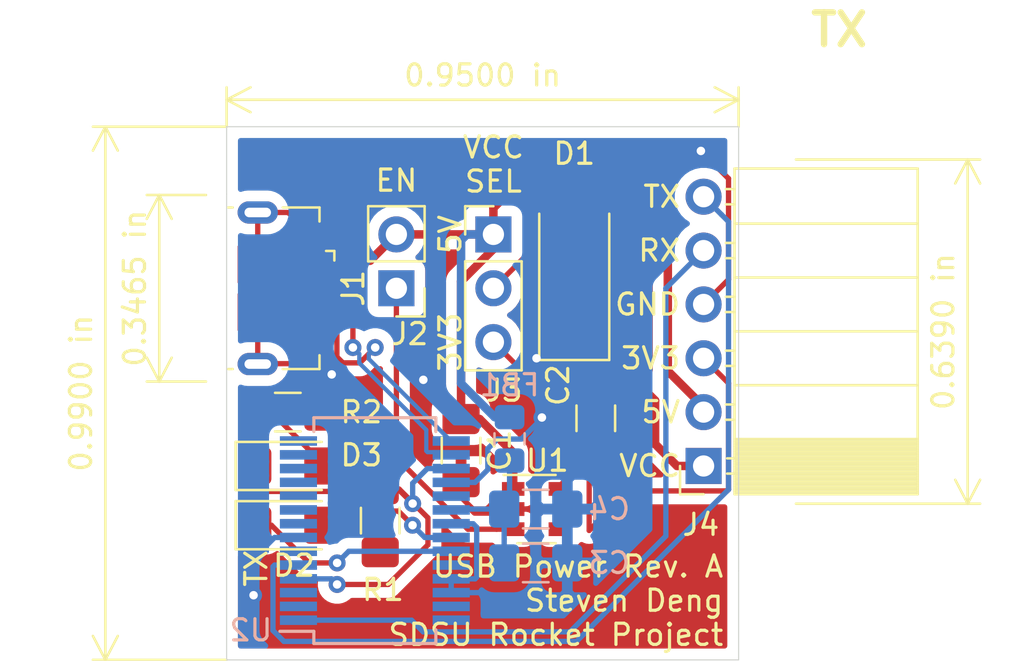
<source format=kicad_pcb>
(kicad_pcb (version 20171130) (host pcbnew 5.1.6-c6e7f7d~86~ubuntu18.04.1)

  (general
    (thickness 1.6)
    (drawings 25)
    (tracks 177)
    (zones 0)
    (modules 16)
    (nets 32)
  )

  (page A4)
  (layers
    (0 F.Cu signal)
    (31 B.Cu signal)
    (32 B.Adhes user)
    (33 F.Adhes user)
    (34 B.Paste user)
    (35 F.Paste user)
    (36 B.SilkS user)
    (37 F.SilkS user)
    (38 B.Mask user)
    (39 F.Mask user)
    (40 Dwgs.User user)
    (41 Cmts.User user)
    (42 Eco1.User user)
    (43 Eco2.User user)
    (44 Edge.Cuts user)
    (45 Margin user)
    (46 B.CrtYd user)
    (47 F.CrtYd user)
    (48 B.Fab user hide)
    (49 F.Fab user)
  )

  (setup
    (last_trace_width 0.25)
    (trace_clearance 0.2)
    (zone_clearance 0.508)
    (zone_45_only no)
    (trace_min 0.2)
    (via_size 0.8)
    (via_drill 0.4)
    (via_min_size 0.4)
    (via_min_drill 0.3)
    (uvia_size 0.3)
    (uvia_drill 0.1)
    (uvias_allowed no)
    (uvia_min_size 0.2)
    (uvia_min_drill 0.1)
    (edge_width 0.05)
    (segment_width 0.2)
    (pcb_text_width 0.3)
    (pcb_text_size 1.5 1.5)
    (mod_edge_width 0.12)
    (mod_text_size 1 1)
    (mod_text_width 0.15)
    (pad_size 1.524 1.524)
    (pad_drill 0.762)
    (pad_to_mask_clearance 0.051)
    (solder_mask_min_width 0.25)
    (aux_axis_origin 0 0)
    (visible_elements FFFFFF7F)
    (pcbplotparams
      (layerselection 0x010fc_ffffffff)
      (usegerberextensions false)
      (usegerberattributes false)
      (usegerberadvancedattributes false)
      (creategerberjobfile false)
      (excludeedgelayer true)
      (linewidth 0.100000)
      (plotframeref false)
      (viasonmask false)
      (mode 1)
      (useauxorigin false)
      (hpglpennumber 1)
      (hpglpenspeed 20)
      (hpglpendiameter 15.000000)
      (psnegative false)
      (psa4output false)
      (plotreference true)
      (plotvalue true)
      (plotinvisibletext false)
      (padsonsilk false)
      (subtractmaskfromsilk false)
      (outputformat 1)
      (mirror false)
      (drillshape 0)
      (scaleselection 1)
      (outputdirectory "gerbers/"))
  )

  (net 0 "")
  (net 1 +5V)
  (net 2 GND)
  (net 3 +3V3)
  (net 4 VCC)
  (net 5 "Net-(D1-Pad2)")
  (net 6 "Net-(J1-Pad6)")
  (net 7 "Net-(J1-Pad4)")
  (net 8 "Net-(J2-Pad1)")
  (net 9 "Net-(U1-Pad4)")
  (net 10 "Net-(C3-Pad1)")
  (net 11 "Net-(D2-Pad2)")
  (net 12 /TXLED)
  (net 13 "Net-(D3-Pad2)")
  (net 14 /RXLED)
  (net 15 /USB_D-)
  (net 16 /USB_D+)
  (net 17 /TARGET_TX)
  (net 18 /TARGET_RX)
  (net 19 /FT232_3V3_OUT)
  (net 20 "Net-(U2-Pad28)")
  (net 21 "Net-(U2-Pad27)")
  (net 22 "Net-(U2-Pad19)")
  (net 23 "Net-(U2-Pad14)")
  (net 24 "Net-(U2-Pad13)")
  (net 25 "Net-(U2-Pad12)")
  (net 26 "Net-(U2-Pad11)")
  (net 27 "Net-(U2-Pad10)")
  (net 28 "Net-(U2-Pad9)")
  (net 29 "Net-(U2-Pad6)")
  (net 30 "Net-(U2-Pad3)")
  (net 31 "Net-(U2-Pad2)")

  (net_class Default "This is the default net class."
    (clearance 0.2)
    (trace_width 0.25)
    (via_dia 0.8)
    (via_drill 0.4)
    (uvia_dia 0.3)
    (uvia_drill 0.1)
    (add_net +3V3)
    (add_net /FT232_3V3_OUT)
    (add_net /RXLED)
    (add_net /TARGET_RX)
    (add_net /TARGET_TX)
    (add_net /TXLED)
    (add_net /USB_D+)
    (add_net /USB_D-)
    (add_net GND)
    (add_net "Net-(C3-Pad1)")
    (add_net "Net-(D1-Pad2)")
    (add_net "Net-(D2-Pad2)")
    (add_net "Net-(D3-Pad2)")
    (add_net "Net-(J1-Pad4)")
    (add_net "Net-(J1-Pad6)")
    (add_net "Net-(J2-Pad1)")
    (add_net "Net-(U1-Pad4)")
    (add_net "Net-(U2-Pad10)")
    (add_net "Net-(U2-Pad11)")
    (add_net "Net-(U2-Pad12)")
    (add_net "Net-(U2-Pad13)")
    (add_net "Net-(U2-Pad14)")
    (add_net "Net-(U2-Pad19)")
    (add_net "Net-(U2-Pad2)")
    (add_net "Net-(U2-Pad27)")
    (add_net "Net-(U2-Pad28)")
    (add_net "Net-(U2-Pad3)")
    (add_net "Net-(U2-Pad6)")
    (add_net "Net-(U2-Pad9)")
  )

  (net_class power_net ""
    (clearance 0.2)
    (trace_width 0.4)
    (via_dia 1)
    (via_drill 0.5)
    (uvia_dia 0.3)
    (uvia_drill 0.1)
    (add_net +5V)
    (add_net VCC)
  )

  (module Connector_USB:USB_Micro-B_GCT_USB3076-30-A (layer F.Cu) (tedit 5A170D03) (tstamp 5E7C2CAB)
    (at 153.162 95.25 270)
    (descr "GCT Micro USB https://gct.co/files/drawings/usb3076.pdf")
    (tags "Micro-USB SMD Typ-B GCT")
    (path /5E7BCB78)
    (attr smd)
    (fp_text reference J1 (at 0 -3.3 90) (layer F.SilkS)
      (effects (font (size 1 1) (thickness 0.15)))
    )
    (fp_text value USB_B_Micro (at 0 5.2 90) (layer F.Fab)
      (effects (font (size 1 1) (thickness 0.15)))
    )
    (fp_line (start -1.1 -2.16) (end -1.1 -1.95) (layer F.Fab) (width 0.1))
    (fp_line (start -1.5 -2.16) (end -1.5 -1.95) (layer F.Fab) (width 0.1))
    (fp_line (start -1.5 -2.16) (end -1.1 -2.16) (layer F.Fab) (width 0.1))
    (fp_line (start -1.1 -1.95) (end -1.3 -1.75) (layer F.Fab) (width 0.1))
    (fp_line (start -1.3 -1.75) (end -1.5 -1.95) (layer F.Fab) (width 0.1))
    (fp_line (start -1.76 -2.41) (end -1.76 -2.02) (layer F.SilkS) (width 0.12))
    (fp_line (start -1.76 -2.41) (end -1.31 -2.41) (layer F.SilkS) (width 0.12))
    (fp_line (start 3.81 -1.71) (end 3.16 -1.71) (layer F.SilkS) (width 0.12))
    (fp_line (start 3.81 0.02) (end 3.81 -1.71) (layer F.SilkS) (width 0.12))
    (fp_line (start -3.81 2.59) (end -3.81 2.38) (layer F.SilkS) (width 0.12))
    (fp_line (start -3.7 3.95) (end -3.7 -1.6) (layer F.Fab) (width 0.1))
    (fp_line (start -3.7 -1.6) (end 3.7 -1.6) (layer F.Fab) (width 0.1))
    (fp_line (start -3.7 3.95) (end 3.7 3.95) (layer F.Fab) (width 0.1))
    (fp_line (start -3 2.65) (end 3 2.65) (layer F.Fab) (width 0.1))
    (fp_line (start 3.7 3.95) (end 3.7 -1.6) (layer F.Fab) (width 0.1))
    (fp_line (start 3.81 2.59) (end 3.81 2.38) (layer F.SilkS) (width 0.12))
    (fp_line (start -3.81 0.02) (end -3.81 -1.71) (layer F.SilkS) (width 0.12))
    (fp_line (start -3.81 -1.71) (end -3.15 -1.71) (layer F.SilkS) (width 0.12))
    (fp_line (start -4.6 4.45) (end -4.6 -2.65) (layer F.CrtYd) (width 0.05))
    (fp_line (start -4.6 -2.65) (end 4.6 -2.65) (layer F.CrtYd) (width 0.05))
    (fp_line (start 4.6 -2.65) (end 4.6 4.45) (layer F.CrtYd) (width 0.05))
    (fp_line (start -4.6 4.45) (end 4.6 4.45) (layer F.CrtYd) (width 0.05))
    (fp_text user %R (at 0 0.85 90) (layer F.Fab)
      (effects (font (size 1 1) (thickness 0.15)))
    )
    (fp_text user "PCB Edge" (at 0 2.65 90) (layer Dwgs.User)
      (effects (font (size 0.5 0.5) (thickness 0.08)))
    )
    (pad 6 smd rect (at -2.32 -1.03 270) (size 1.15 1.45) (layers F.Cu F.Paste F.Mask)
      (net 6 "Net-(J1-Pad6)"))
    (pad 6 smd rect (at 2.32 -1.03 270) (size 1.15 1.45) (layers F.Cu F.Paste F.Mask)
      (net 6 "Net-(J1-Pad6)"))
    (pad 6 thru_hole oval (at 3.575 1.2 270) (size 1.05 1.9) (drill oval 0.45 1.25) (layers *.Cu *.Mask)
      (net 6 "Net-(J1-Pad6)"))
    (pad 6 thru_hole oval (at -3.575 1.2 90) (size 1.05 1.9) (drill oval 0.45 1.25) (layers *.Cu *.Mask)
      (net 6 "Net-(J1-Pad6)"))
    (pad 6 smd rect (at -1.125 1.2 270) (size 1.75 1.9) (layers F.Cu F.Paste F.Mask)
      (net 6 "Net-(J1-Pad6)"))
    (pad 3 smd rect (at 0 -1.45 270) (size 0.4 1.4) (layers F.Cu F.Paste F.Mask)
      (net 16 /USB_D+))
    (pad 4 smd rect (at 0.65 -1.45 270) (size 0.4 1.4) (layers F.Cu F.Paste F.Mask)
      (net 7 "Net-(J1-Pad4)"))
    (pad 5 smd rect (at 1.3 -1.45 270) (size 0.4 1.4) (layers F.Cu F.Paste F.Mask)
      (net 2 GND))
    (pad 1 smd rect (at -1.3 -1.45 270) (size 0.4 1.4) (layers F.Cu F.Paste F.Mask)
      (net 1 +5V))
    (pad 2 smd rect (at -0.65 -1.45 270) (size 0.4 1.4) (layers F.Cu F.Paste F.Mask)
      (net 15 /USB_D-))
    (pad 6 smd rect (at 1.125 1.2 270) (size 1.75 1.9) (layers F.Cu F.Paste F.Mask)
      (net 6 "Net-(J1-Pad6)"))
    (model ${KISYS3DMOD}/Connector_USB.3dshapes/USB_Micro-B_GCT_USB3076-30-A.wrl
      (at (xyz 0 0 0))
      (scale (xyz 1 1 1))
      (rotate (xyz 0 0 0))
    )
  )

  (module Package_SO:SSOP-28_5.3x10.2mm_P0.65mm (layer B.Cu) (tedit 5A02F25C) (tstamp 5EC364D6)
    (at 157.48 106.68)
    (descr "28-Lead Plastic Shrink Small Outline (SS)-5.30 mm Body [SSOP] (see Microchip Packaging Specification 00000049BS.pdf)")
    (tags "SSOP 0.65")
    (path /5EC4D51C)
    (attr smd)
    (fp_text reference U2 (at -5.842 4.699) (layer B.SilkS)
      (effects (font (size 1 1) (thickness 0.15)) (justify mirror))
    )
    (fp_text value FT232RL (at 0 -6.25) (layer B.Fab)
      (effects (font (size 1 1) (thickness 0.15)) (justify mirror))
    )
    (fp_line (start -1.65 5.1) (end 2.65 5.1) (layer B.Fab) (width 0.15))
    (fp_line (start 2.65 5.1) (end 2.65 -5.1) (layer B.Fab) (width 0.15))
    (fp_line (start 2.65 -5.1) (end -2.65 -5.1) (layer B.Fab) (width 0.15))
    (fp_line (start -2.65 -5.1) (end -2.65 4.1) (layer B.Fab) (width 0.15))
    (fp_line (start -2.65 4.1) (end -1.65 5.1) (layer B.Fab) (width 0.15))
    (fp_line (start -4.75 5.5) (end -4.75 -5.5) (layer B.CrtYd) (width 0.05))
    (fp_line (start 4.75 5.5) (end 4.75 -5.5) (layer B.CrtYd) (width 0.05))
    (fp_line (start -4.75 5.5) (end 4.75 5.5) (layer B.CrtYd) (width 0.05))
    (fp_line (start -4.75 -5.5) (end 4.75 -5.5) (layer B.CrtYd) (width 0.05))
    (fp_line (start -2.875 5.325) (end -2.875 4.75) (layer B.SilkS) (width 0.15))
    (fp_line (start 2.875 5.325) (end 2.875 4.675) (layer B.SilkS) (width 0.15))
    (fp_line (start 2.875 -5.325) (end 2.875 -4.675) (layer B.SilkS) (width 0.15))
    (fp_line (start -2.875 -5.325) (end -2.875 -4.675) (layer B.SilkS) (width 0.15))
    (fp_line (start -2.875 5.325) (end 2.875 5.325) (layer B.SilkS) (width 0.15))
    (fp_line (start -2.875 -5.325) (end 2.875 -5.325) (layer B.SilkS) (width 0.15))
    (fp_line (start -2.875 4.75) (end -4.475 4.75) (layer B.SilkS) (width 0.15))
    (fp_text user %R (at 0 0) (layer B.Fab)
      (effects (font (size 0.8 0.8) (thickness 0.15)) (justify mirror))
    )
    (pad 28 smd rect (at 3.6 4.225) (size 1.75 0.45) (layers B.Cu B.Paste B.Mask)
      (net 20 "Net-(U2-Pad28)"))
    (pad 27 smd rect (at 3.6 3.575) (size 1.75 0.45) (layers B.Cu B.Paste B.Mask)
      (net 21 "Net-(U2-Pad27)"))
    (pad 26 smd rect (at 3.6 2.925) (size 1.75 0.45) (layers B.Cu B.Paste B.Mask)
      (net 2 GND))
    (pad 25 smd rect (at 3.6 2.275) (size 1.75 0.45) (layers B.Cu B.Paste B.Mask)
      (net 2 GND))
    (pad 24 smd rect (at 3.6 1.625) (size 1.75 0.45) (layers B.Cu B.Paste B.Mask))
    (pad 23 smd rect (at 3.6 0.975) (size 1.75 0.45) (layers B.Cu B.Paste B.Mask)
      (net 12 /TXLED))
    (pad 22 smd rect (at 3.6 0.325) (size 1.75 0.45) (layers B.Cu B.Paste B.Mask)
      (net 14 /RXLED))
    (pad 21 smd rect (at 3.6 -0.325) (size 1.75 0.45) (layers B.Cu B.Paste B.Mask)
      (net 2 GND))
    (pad 20 smd rect (at 3.6 -0.975) (size 1.75 0.45) (layers B.Cu B.Paste B.Mask)
      (net 10 "Net-(C3-Pad1)"))
    (pad 19 smd rect (at 3.6 -1.625) (size 1.75 0.45) (layers B.Cu B.Paste B.Mask)
      (net 22 "Net-(U2-Pad19)"))
    (pad 18 smd rect (at 3.6 -2.275) (size 1.75 0.45) (layers B.Cu B.Paste B.Mask)
      (net 2 GND))
    (pad 17 smd rect (at 3.6 -2.925) (size 1.75 0.45) (layers B.Cu B.Paste B.Mask)
      (net 19 /FT232_3V3_OUT))
    (pad 16 smd rect (at 3.6 -3.575) (size 1.75 0.45) (layers B.Cu B.Paste B.Mask)
      (net 15 /USB_D-))
    (pad 15 smd rect (at 3.6 -4.225) (size 1.75 0.45) (layers B.Cu B.Paste B.Mask)
      (net 16 /USB_D+))
    (pad 14 smd rect (at -3.6 -4.225) (size 1.75 0.45) (layers B.Cu B.Paste B.Mask)
      (net 23 "Net-(U2-Pad14)"))
    (pad 13 smd rect (at -3.6 -3.575) (size 1.75 0.45) (layers B.Cu B.Paste B.Mask)
      (net 24 "Net-(U2-Pad13)"))
    (pad 12 smd rect (at -3.6 -2.925) (size 1.75 0.45) (layers B.Cu B.Paste B.Mask)
      (net 25 "Net-(U2-Pad12)"))
    (pad 11 smd rect (at -3.6 -2.275) (size 1.75 0.45) (layers B.Cu B.Paste B.Mask)
      (net 26 "Net-(U2-Pad11)"))
    (pad 10 smd rect (at -3.6 -1.625) (size 1.75 0.45) (layers B.Cu B.Paste B.Mask)
      (net 27 "Net-(U2-Pad10)"))
    (pad 9 smd rect (at -3.6 -0.975) (size 1.75 0.45) (layers B.Cu B.Paste B.Mask)
      (net 28 "Net-(U2-Pad9)"))
    (pad 8 smd rect (at -3.6 -0.325) (size 1.75 0.45) (layers B.Cu B.Paste B.Mask))
    (pad 7 smd rect (at -3.6 0.325) (size 1.75 0.45) (layers B.Cu B.Paste B.Mask)
      (net 2 GND))
    (pad 6 smd rect (at -3.6 0.975) (size 1.75 0.45) (layers B.Cu B.Paste B.Mask)
      (net 29 "Net-(U2-Pad6)"))
    (pad 5 smd rect (at -3.6 1.625) (size 1.75 0.45) (layers B.Cu B.Paste B.Mask)
      (net 17 /TARGET_TX))
    (pad 4 smd rect (at -3.6 2.275) (size 1.75 0.45) (layers B.Cu B.Paste B.Mask)
      (net 19 /FT232_3V3_OUT))
    (pad 3 smd rect (at -3.6 2.925) (size 1.75 0.45) (layers B.Cu B.Paste B.Mask)
      (net 30 "Net-(U2-Pad3)"))
    (pad 2 smd rect (at -3.6 3.575) (size 1.75 0.45) (layers B.Cu B.Paste B.Mask)
      (net 31 "Net-(U2-Pad2)"))
    (pad 1 smd rect (at -3.6 4.225) (size 1.75 0.45) (layers B.Cu B.Paste B.Mask)
      (net 18 /TARGET_RX))
    (model ${KISYS3DMOD}/Package_SO.3dshapes/SSOP-28_5.3x10.2mm_P0.65mm.wrl
      (at (xyz 0 0 0))
      (scale (xyz 1 1 1))
      (rotate (xyz 0 0 0))
    )
  )

  (module Resistor_SMD:R_1206_3216Metric_Pad1.42x1.75mm_HandSolder (layer F.Cu) (tedit 5B301BBD) (tstamp 5EC3515B)
    (at 153.3795 101.092 180)
    (descr "Resistor SMD 1206 (3216 Metric), square (rectangular) end terminal, IPC_7351 nominal with elongated pad for handsoldering. (Body size source: http://www.tortai-tech.com/upload/download/2011102023233369053.pdf), generated with kicad-footprint-generator")
    (tags "resistor handsolder")
    (path /5ECD6259)
    (attr smd)
    (fp_text reference R2 (at -3.4655 0) (layer F.SilkS)
      (effects (font (size 1 1) (thickness 0.15)))
    )
    (fp_text value 330 (at 0 1.82) (layer F.Fab)
      (effects (font (size 1 1) (thickness 0.15)))
    )
    (fp_line (start -1.6 0.8) (end -1.6 -0.8) (layer F.Fab) (width 0.1))
    (fp_line (start -1.6 -0.8) (end 1.6 -0.8) (layer F.Fab) (width 0.1))
    (fp_line (start 1.6 -0.8) (end 1.6 0.8) (layer F.Fab) (width 0.1))
    (fp_line (start 1.6 0.8) (end -1.6 0.8) (layer F.Fab) (width 0.1))
    (fp_line (start -0.602064 -0.91) (end 0.602064 -0.91) (layer F.SilkS) (width 0.12))
    (fp_line (start -0.602064 0.91) (end 0.602064 0.91) (layer F.SilkS) (width 0.12))
    (fp_line (start -2.45 1.12) (end -2.45 -1.12) (layer F.CrtYd) (width 0.05))
    (fp_line (start -2.45 -1.12) (end 2.45 -1.12) (layer F.CrtYd) (width 0.05))
    (fp_line (start 2.45 -1.12) (end 2.45 1.12) (layer F.CrtYd) (width 0.05))
    (fp_line (start 2.45 1.12) (end -2.45 1.12) (layer F.CrtYd) (width 0.05))
    (fp_text user %R (at 0 0) (layer F.Fab)
      (effects (font (size 0.8 0.8) (thickness 0.12)))
    )
    (pad 2 smd roundrect (at 1.4875 0 180) (size 1.425 1.75) (layers F.Cu F.Paste F.Mask) (roundrect_rratio 0.175439)
      (net 13 "Net-(D3-Pad2)"))
    (pad 1 smd roundrect (at -1.4875 0 180) (size 1.425 1.75) (layers F.Cu F.Paste F.Mask) (roundrect_rratio 0.175439)
      (net 19 /FT232_3V3_OUT))
    (model ${KISYS3DMOD}/Resistor_SMD.3dshapes/R_1206_3216Metric.wrl
      (at (xyz 0 0 0))
      (scale (xyz 1 1 1))
      (rotate (xyz 0 0 0))
    )
  )

  (module Resistor_SMD:R_1206_3216Metric_Pad1.42x1.75mm_HandSolder (layer F.Cu) (tedit 5B301BBD) (tstamp 5EC3514A)
    (at 157.734 106.2085 270)
    (descr "Resistor SMD 1206 (3216 Metric), square (rectangular) end terminal, IPC_7351 nominal with elongated pad for handsoldering. (Body size source: http://www.tortai-tech.com/upload/download/2011102023233369053.pdf), generated with kicad-footprint-generator")
    (tags "resistor handsolder")
    (path /5ECD5D1C)
    (attr smd)
    (fp_text reference R1 (at 3.2655 -0.127 180) (layer F.SilkS)
      (effects (font (size 1 1) (thickness 0.15)))
    )
    (fp_text value 330 (at 0 1.82 90) (layer F.Fab)
      (effects (font (size 1 1) (thickness 0.15)))
    )
    (fp_line (start -1.6 0.8) (end -1.6 -0.8) (layer F.Fab) (width 0.1))
    (fp_line (start -1.6 -0.8) (end 1.6 -0.8) (layer F.Fab) (width 0.1))
    (fp_line (start 1.6 -0.8) (end 1.6 0.8) (layer F.Fab) (width 0.1))
    (fp_line (start 1.6 0.8) (end -1.6 0.8) (layer F.Fab) (width 0.1))
    (fp_line (start -0.602064 -0.91) (end 0.602064 -0.91) (layer F.SilkS) (width 0.12))
    (fp_line (start -0.602064 0.91) (end 0.602064 0.91) (layer F.SilkS) (width 0.12))
    (fp_line (start -2.45 1.12) (end -2.45 -1.12) (layer F.CrtYd) (width 0.05))
    (fp_line (start -2.45 -1.12) (end 2.45 -1.12) (layer F.CrtYd) (width 0.05))
    (fp_line (start 2.45 -1.12) (end 2.45 1.12) (layer F.CrtYd) (width 0.05))
    (fp_line (start 2.45 1.12) (end -2.45 1.12) (layer F.CrtYd) (width 0.05))
    (fp_text user %R (at 0 0 90) (layer F.Fab)
      (effects (font (size 0.8 0.8) (thickness 0.12)))
    )
    (pad 2 smd roundrect (at 1.4875 0 270) (size 1.425 1.75) (layers F.Cu F.Paste F.Mask) (roundrect_rratio 0.175439)
      (net 11 "Net-(D2-Pad2)"))
    (pad 1 smd roundrect (at -1.4875 0 270) (size 1.425 1.75) (layers F.Cu F.Paste F.Mask) (roundrect_rratio 0.175439)
      (net 19 /FT232_3V3_OUT))
    (model ${KISYS3DMOD}/Resistor_SMD.3dshapes/R_1206_3216Metric.wrl
      (at (xyz 0 0 0))
      (scale (xyz 1 1 1))
      (rotate (xyz 0 0 0))
    )
  )

  (module Connector_PinSocket_2.54mm:PinSocket_1x06_P2.54mm_Horizontal (layer F.Cu) (tedit 5A19A42D) (tstamp 5EC360DB)
    (at 172.974 103.632 180)
    (descr "Through hole angled socket strip, 1x06, 2.54mm pitch, 8.51mm socket length, single row (from Kicad 4.0.7), script generated")
    (tags "Through hole angled socket strip THT 1x06 2.54mm single row")
    (path /5EC3627F)
    (fp_text reference J4 (at 0.127 -2.77) (layer F.SilkS)
      (effects (font (size 1 1) (thickness 0.15)))
    )
    (fp_text value Conn_01x06 (at -4.38 15.47) (layer F.Fab)
      (effects (font (size 1 1) (thickness 0.15)))
    )
    (fp_line (start -10.03 -1.27) (end -2.49 -1.27) (layer F.Fab) (width 0.1))
    (fp_line (start -2.49 -1.27) (end -1.52 -0.3) (layer F.Fab) (width 0.1))
    (fp_line (start -1.52 -0.3) (end -1.52 13.97) (layer F.Fab) (width 0.1))
    (fp_line (start -1.52 13.97) (end -10.03 13.97) (layer F.Fab) (width 0.1))
    (fp_line (start -10.03 13.97) (end -10.03 -1.27) (layer F.Fab) (width 0.1))
    (fp_line (start 0 -0.3) (end -1.52 -0.3) (layer F.Fab) (width 0.1))
    (fp_line (start -1.52 0.3) (end 0 0.3) (layer F.Fab) (width 0.1))
    (fp_line (start 0 0.3) (end 0 -0.3) (layer F.Fab) (width 0.1))
    (fp_line (start 0 2.24) (end -1.52 2.24) (layer F.Fab) (width 0.1))
    (fp_line (start -1.52 2.84) (end 0 2.84) (layer F.Fab) (width 0.1))
    (fp_line (start 0 2.84) (end 0 2.24) (layer F.Fab) (width 0.1))
    (fp_line (start 0 4.78) (end -1.52 4.78) (layer F.Fab) (width 0.1))
    (fp_line (start -1.52 5.38) (end 0 5.38) (layer F.Fab) (width 0.1))
    (fp_line (start 0 5.38) (end 0 4.78) (layer F.Fab) (width 0.1))
    (fp_line (start 0 7.32) (end -1.52 7.32) (layer F.Fab) (width 0.1))
    (fp_line (start -1.52 7.92) (end 0 7.92) (layer F.Fab) (width 0.1))
    (fp_line (start 0 7.92) (end 0 7.32) (layer F.Fab) (width 0.1))
    (fp_line (start 0 9.86) (end -1.52 9.86) (layer F.Fab) (width 0.1))
    (fp_line (start -1.52 10.46) (end 0 10.46) (layer F.Fab) (width 0.1))
    (fp_line (start 0 10.46) (end 0 9.86) (layer F.Fab) (width 0.1))
    (fp_line (start 0 12.4) (end -1.52 12.4) (layer F.Fab) (width 0.1))
    (fp_line (start -1.52 13) (end 0 13) (layer F.Fab) (width 0.1))
    (fp_line (start 0 13) (end 0 12.4) (layer F.Fab) (width 0.1))
    (fp_line (start -10.09 -1.21) (end -1.46 -1.21) (layer F.SilkS) (width 0.12))
    (fp_line (start -10.09 -1.091905) (end -1.46 -1.091905) (layer F.SilkS) (width 0.12))
    (fp_line (start -10.09 -0.97381) (end -1.46 -0.97381) (layer F.SilkS) (width 0.12))
    (fp_line (start -10.09 -0.855715) (end -1.46 -0.855715) (layer F.SilkS) (width 0.12))
    (fp_line (start -10.09 -0.73762) (end -1.46 -0.73762) (layer F.SilkS) (width 0.12))
    (fp_line (start -10.09 -0.619525) (end -1.46 -0.619525) (layer F.SilkS) (width 0.12))
    (fp_line (start -10.09 -0.50143) (end -1.46 -0.50143) (layer F.SilkS) (width 0.12))
    (fp_line (start -10.09 -0.383335) (end -1.46 -0.383335) (layer F.SilkS) (width 0.12))
    (fp_line (start -10.09 -0.26524) (end -1.46 -0.26524) (layer F.SilkS) (width 0.12))
    (fp_line (start -10.09 -0.147145) (end -1.46 -0.147145) (layer F.SilkS) (width 0.12))
    (fp_line (start -10.09 -0.02905) (end -1.46 -0.02905) (layer F.SilkS) (width 0.12))
    (fp_line (start -10.09 0.089045) (end -1.46 0.089045) (layer F.SilkS) (width 0.12))
    (fp_line (start -10.09 0.20714) (end -1.46 0.20714) (layer F.SilkS) (width 0.12))
    (fp_line (start -10.09 0.325235) (end -1.46 0.325235) (layer F.SilkS) (width 0.12))
    (fp_line (start -10.09 0.44333) (end -1.46 0.44333) (layer F.SilkS) (width 0.12))
    (fp_line (start -10.09 0.561425) (end -1.46 0.561425) (layer F.SilkS) (width 0.12))
    (fp_line (start -10.09 0.67952) (end -1.46 0.67952) (layer F.SilkS) (width 0.12))
    (fp_line (start -10.09 0.797615) (end -1.46 0.797615) (layer F.SilkS) (width 0.12))
    (fp_line (start -10.09 0.91571) (end -1.46 0.91571) (layer F.SilkS) (width 0.12))
    (fp_line (start -10.09 1.033805) (end -1.46 1.033805) (layer F.SilkS) (width 0.12))
    (fp_line (start -10.09 1.1519) (end -1.46 1.1519) (layer F.SilkS) (width 0.12))
    (fp_line (start -1.46 -0.36) (end -1.11 -0.36) (layer F.SilkS) (width 0.12))
    (fp_line (start -1.46 0.36) (end -1.11 0.36) (layer F.SilkS) (width 0.12))
    (fp_line (start -1.46 2.18) (end -1.05 2.18) (layer F.SilkS) (width 0.12))
    (fp_line (start -1.46 2.9) (end -1.05 2.9) (layer F.SilkS) (width 0.12))
    (fp_line (start -1.46 4.72) (end -1.05 4.72) (layer F.SilkS) (width 0.12))
    (fp_line (start -1.46 5.44) (end -1.05 5.44) (layer F.SilkS) (width 0.12))
    (fp_line (start -1.46 7.26) (end -1.05 7.26) (layer F.SilkS) (width 0.12))
    (fp_line (start -1.46 7.98) (end -1.05 7.98) (layer F.SilkS) (width 0.12))
    (fp_line (start -1.46 9.8) (end -1.05 9.8) (layer F.SilkS) (width 0.12))
    (fp_line (start -1.46 10.52) (end -1.05 10.52) (layer F.SilkS) (width 0.12))
    (fp_line (start -1.46 12.34) (end -1.05 12.34) (layer F.SilkS) (width 0.12))
    (fp_line (start -1.46 13.06) (end -1.05 13.06) (layer F.SilkS) (width 0.12))
    (fp_line (start -10.09 1.27) (end -1.46 1.27) (layer F.SilkS) (width 0.12))
    (fp_line (start -10.09 3.81) (end -1.46 3.81) (layer F.SilkS) (width 0.12))
    (fp_line (start -10.09 6.35) (end -1.46 6.35) (layer F.SilkS) (width 0.12))
    (fp_line (start -10.09 8.89) (end -1.46 8.89) (layer F.SilkS) (width 0.12))
    (fp_line (start -10.09 11.43) (end -1.46 11.43) (layer F.SilkS) (width 0.12))
    (fp_line (start -10.09 -1.33) (end -1.46 -1.33) (layer F.SilkS) (width 0.12))
    (fp_line (start -1.46 -1.33) (end -1.46 14.03) (layer F.SilkS) (width 0.12))
    (fp_line (start -10.09 14.03) (end -1.46 14.03) (layer F.SilkS) (width 0.12))
    (fp_line (start -10.09 -1.33) (end -10.09 14.03) (layer F.SilkS) (width 0.12))
    (fp_line (start 1.11 -1.33) (end 1.11 0) (layer F.SilkS) (width 0.12))
    (fp_line (start 0 -1.33) (end 1.11 -1.33) (layer F.SilkS) (width 0.12))
    (fp_line (start 1.75 -1.8) (end -10.55 -1.8) (layer F.CrtYd) (width 0.05))
    (fp_line (start -10.55 -1.8) (end -10.55 14.45) (layer F.CrtYd) (width 0.05))
    (fp_line (start -10.55 14.45) (end 1.75 14.45) (layer F.CrtYd) (width 0.05))
    (fp_line (start 1.75 14.45) (end 1.75 -1.8) (layer F.CrtYd) (width 0.05))
    (fp_text user %R (at -5.775 6.35 90) (layer F.Fab)
      (effects (font (size 1 1) (thickness 0.15)))
    )
    (pad 6 thru_hole oval (at 0 12.7 180) (size 1.7 1.7) (drill 1) (layers *.Cu *.Mask)
      (net 17 /TARGET_TX))
    (pad 5 thru_hole oval (at 0 10.16 180) (size 1.7 1.7) (drill 1) (layers *.Cu *.Mask)
      (net 18 /TARGET_RX))
    (pad 4 thru_hole oval (at 0 7.62 180) (size 1.7 1.7) (drill 1) (layers *.Cu *.Mask)
      (net 2 GND))
    (pad 3 thru_hole oval (at 0 5.08 180) (size 1.7 1.7) (drill 1) (layers *.Cu *.Mask)
      (net 3 +3V3))
    (pad 2 thru_hole oval (at 0 2.54 180) (size 1.7 1.7) (drill 1) (layers *.Cu *.Mask)
      (net 1 +5V))
    (pad 1 thru_hole rect (at 0 0 180) (size 1.7 1.7) (drill 1) (layers *.Cu *.Mask)
      (net 4 VCC))
    (model ${KISYS3DMOD}/Connector_PinSocket_2.54mm.3dshapes/PinSocket_1x06_P2.54mm_Horizontal.wrl
      (at (xyz 0 0 0))
      (scale (xyz 1 1 1))
      (rotate (xyz 0 0 0))
    )
  )

  (module Resistor_SMD:R_0805_2012Metric_Pad1.15x1.40mm_HandSolder (layer B.Cu) (tedit 5B36C52B) (tstamp 5EC35041)
    (at 163.83 102.353 90)
    (descr "Resistor SMD 0805 (2012 Metric), square (rectangular) end terminal, IPC_7351 nominal with elongated pad for handsoldering. (Body size source: https://docs.google.com/spreadsheets/d/1BsfQQcO9C6DZCsRaXUlFlo91Tg2WpOkGARC1WS5S8t0/edit?usp=sharing), generated with kicad-footprint-generator")
    (tags "resistor handsolder")
    (path /5ECB131D)
    (attr smd)
    (fp_text reference FB1 (at 2.531 0) (layer B.SilkS)
      (effects (font (size 1 1) (thickness 0.15)) (justify mirror))
    )
    (fp_text value Ferrite_Bead_Small (at 0 -1.65 270) (layer B.Fab)
      (effects (font (size 1 1) (thickness 0.15)) (justify mirror))
    )
    (fp_line (start -1 -0.6) (end -1 0.6) (layer B.Fab) (width 0.1))
    (fp_line (start -1 0.6) (end 1 0.6) (layer B.Fab) (width 0.1))
    (fp_line (start 1 0.6) (end 1 -0.6) (layer B.Fab) (width 0.1))
    (fp_line (start 1 -0.6) (end -1 -0.6) (layer B.Fab) (width 0.1))
    (fp_line (start -0.261252 0.71) (end 0.261252 0.71) (layer B.SilkS) (width 0.12))
    (fp_line (start -0.261252 -0.71) (end 0.261252 -0.71) (layer B.SilkS) (width 0.12))
    (fp_line (start -1.85 -0.95) (end -1.85 0.95) (layer B.CrtYd) (width 0.05))
    (fp_line (start -1.85 0.95) (end 1.85 0.95) (layer B.CrtYd) (width 0.05))
    (fp_line (start 1.85 0.95) (end 1.85 -0.95) (layer B.CrtYd) (width 0.05))
    (fp_line (start 1.85 -0.95) (end -1.85 -0.95) (layer B.CrtYd) (width 0.05))
    (fp_text user %R (at 0 0 270) (layer B.Fab)
      (effects (font (size 0.5 0.5) (thickness 0.08)) (justify mirror))
    )
    (pad 2 smd roundrect (at 1.025 0 90) (size 1.15 1.4) (layers B.Cu B.Paste B.Mask) (roundrect_rratio 0.217391)
      (net 1 +5V))
    (pad 1 smd roundrect (at -1.025 0 90) (size 1.15 1.4) (layers B.Cu B.Paste B.Mask) (roundrect_rratio 0.217391)
      (net 10 "Net-(C3-Pad1)"))
    (model ${KISYS3DMOD}/Resistor_SMD.3dshapes/R_0805_2012Metric.wrl
      (at (xyz 0 0 0))
      (scale (xyz 1 1 1))
      (rotate (xyz 0 0 0))
    )
  )

  (module LED_SMD:LED_1206_3216Metric_Pad1.42x1.75mm_HandSolder (layer F.Cu) (tedit 5B4B45C9) (tstamp 5EC35030)
    (at 153.3795 103.632)
    (descr "LED SMD 1206 (3216 Metric), square (rectangular) end terminal, IPC_7351 nominal, (Body size source: http://www.tortai-tech.com/upload/download/2011102023233369053.pdf), generated with kicad-footprint-generator")
    (tags "LED handsolder")
    (path /5ECD5603)
    (attr smd)
    (fp_text reference D3 (at 3.4655 -0.508) (layer F.SilkS)
      (effects (font (size 1 1) (thickness 0.15)))
    )
    (fp_text value LED (at 0 1.82) (layer F.Fab)
      (effects (font (size 1 1) (thickness 0.15)))
    )
    (fp_line (start 1.6 -0.8) (end -1.2 -0.8) (layer F.Fab) (width 0.1))
    (fp_line (start -1.2 -0.8) (end -1.6 -0.4) (layer F.Fab) (width 0.1))
    (fp_line (start -1.6 -0.4) (end -1.6 0.8) (layer F.Fab) (width 0.1))
    (fp_line (start -1.6 0.8) (end 1.6 0.8) (layer F.Fab) (width 0.1))
    (fp_line (start 1.6 0.8) (end 1.6 -0.8) (layer F.Fab) (width 0.1))
    (fp_line (start 1.6 -1.135) (end -2.46 -1.135) (layer F.SilkS) (width 0.12))
    (fp_line (start -2.46 -1.135) (end -2.46 1.135) (layer F.SilkS) (width 0.12))
    (fp_line (start -2.46 1.135) (end 1.6 1.135) (layer F.SilkS) (width 0.12))
    (fp_line (start -2.45 1.12) (end -2.45 -1.12) (layer F.CrtYd) (width 0.05))
    (fp_line (start -2.45 -1.12) (end 2.45 -1.12) (layer F.CrtYd) (width 0.05))
    (fp_line (start 2.45 -1.12) (end 2.45 1.12) (layer F.CrtYd) (width 0.05))
    (fp_line (start 2.45 1.12) (end -2.45 1.12) (layer F.CrtYd) (width 0.05))
    (fp_text user %R (at 0 0) (layer F.Fab)
      (effects (font (size 0.8 0.8) (thickness 0.12)))
    )
    (pad 2 smd roundrect (at 1.4875 0) (size 1.425 1.75) (layers F.Cu F.Paste F.Mask) (roundrect_rratio 0.175439)
      (net 13 "Net-(D3-Pad2)"))
    (pad 1 smd roundrect (at -1.4875 0) (size 1.425 1.75) (layers F.Cu F.Paste F.Mask) (roundrect_rratio 0.175439)
      (net 14 /RXLED))
    (model ${KISYS3DMOD}/LED_SMD.3dshapes/LED_1206_3216Metric.wrl
      (at (xyz 0 0 0))
      (scale (xyz 1 1 1))
      (rotate (xyz 0 0 0))
    )
  )

  (module LED_SMD:LED_1206_3216Metric_Pad1.42x1.75mm_HandSolder (layer F.Cu) (tedit 5B4B45C9) (tstamp 5EC3501D)
    (at 153.3795 106.426)
    (descr "LED SMD 1206 (3216 Metric), square (rectangular) end terminal, IPC_7351 nominal, (Body size source: http://www.tortai-tech.com/upload/download/2011102023233369053.pdf), generated with kicad-footprint-generator")
    (tags "LED handsolder")
    (path /5ECD2CED)
    (attr smd)
    (fp_text reference D2 (at 0.2905 1.905) (layer F.SilkS)
      (effects (font (size 1 1) (thickness 0.15)))
    )
    (fp_text value LED (at 0 1.82) (layer F.Fab)
      (effects (font (size 1 1) (thickness 0.15)))
    )
    (fp_line (start 1.6 -0.8) (end -1.2 -0.8) (layer F.Fab) (width 0.1))
    (fp_line (start -1.2 -0.8) (end -1.6 -0.4) (layer F.Fab) (width 0.1))
    (fp_line (start -1.6 -0.4) (end -1.6 0.8) (layer F.Fab) (width 0.1))
    (fp_line (start -1.6 0.8) (end 1.6 0.8) (layer F.Fab) (width 0.1))
    (fp_line (start 1.6 0.8) (end 1.6 -0.8) (layer F.Fab) (width 0.1))
    (fp_line (start 1.6 -1.135) (end -2.46 -1.135) (layer F.SilkS) (width 0.12))
    (fp_line (start -2.46 -1.135) (end -2.46 1.135) (layer F.SilkS) (width 0.12))
    (fp_line (start -2.46 1.135) (end 1.6 1.135) (layer F.SilkS) (width 0.12))
    (fp_line (start -2.45 1.12) (end -2.45 -1.12) (layer F.CrtYd) (width 0.05))
    (fp_line (start -2.45 -1.12) (end 2.45 -1.12) (layer F.CrtYd) (width 0.05))
    (fp_line (start 2.45 -1.12) (end 2.45 1.12) (layer F.CrtYd) (width 0.05))
    (fp_line (start 2.45 1.12) (end -2.45 1.12) (layer F.CrtYd) (width 0.05))
    (fp_text user %R (at 0 0) (layer F.Fab)
      (effects (font (size 0.8 0.8) (thickness 0.12)))
    )
    (pad 2 smd roundrect (at 1.4875 0) (size 1.425 1.75) (layers F.Cu F.Paste F.Mask) (roundrect_rratio 0.175439)
      (net 11 "Net-(D2-Pad2)"))
    (pad 1 smd roundrect (at -1.4875 0) (size 1.425 1.75) (layers F.Cu F.Paste F.Mask) (roundrect_rratio 0.175439)
      (net 12 /TXLED))
    (model ${KISYS3DMOD}/LED_SMD.3dshapes/LED_1206_3216Metric.wrl
      (at (xyz 0 0 0))
      (scale (xyz 1 1 1))
      (rotate (xyz 0 0 0))
    )
  )

  (module Capacitor_SMD:C_1206_3216Metric_Pad1.42x1.75mm_HandSolder (layer B.Cu) (tedit 5B301BBE) (tstamp 5EC34FDC)
    (at 165.0635 105.664)
    (descr "Capacitor SMD 1206 (3216 Metric), square (rectangular) end terminal, IPC_7351 nominal with elongated pad for handsoldering. (Body size source: http://www.tortai-tech.com/upload/download/2011102023233369053.pdf), generated with kicad-footprint-generator")
    (tags "capacitor handsolder")
    (path /5ECA58CA)
    (attr smd)
    (fp_text reference C4 (at 3.4655 0) (layer B.SilkS)
      (effects (font (size 1 1) (thickness 0.15)) (justify mirror))
    )
    (fp_text value 0.1uF (at 0 -1.82) (layer B.Fab)
      (effects (font (size 1 1) (thickness 0.15)) (justify mirror))
    )
    (fp_line (start -1.6 -0.8) (end -1.6 0.8) (layer B.Fab) (width 0.1))
    (fp_line (start -1.6 0.8) (end 1.6 0.8) (layer B.Fab) (width 0.1))
    (fp_line (start 1.6 0.8) (end 1.6 -0.8) (layer B.Fab) (width 0.1))
    (fp_line (start 1.6 -0.8) (end -1.6 -0.8) (layer B.Fab) (width 0.1))
    (fp_line (start -0.602064 0.91) (end 0.602064 0.91) (layer B.SilkS) (width 0.12))
    (fp_line (start -0.602064 -0.91) (end 0.602064 -0.91) (layer B.SilkS) (width 0.12))
    (fp_line (start -2.45 -1.12) (end -2.45 1.12) (layer B.CrtYd) (width 0.05))
    (fp_line (start -2.45 1.12) (end 2.45 1.12) (layer B.CrtYd) (width 0.05))
    (fp_line (start 2.45 1.12) (end 2.45 -1.12) (layer B.CrtYd) (width 0.05))
    (fp_line (start 2.45 -1.12) (end -2.45 -1.12) (layer B.CrtYd) (width 0.05))
    (fp_text user %R (at 0 0) (layer B.Fab)
      (effects (font (size 0.8 0.8) (thickness 0.12)) (justify mirror))
    )
    (pad 2 smd roundrect (at 1.4875 0) (size 1.425 1.75) (layers B.Cu B.Paste B.Mask) (roundrect_rratio 0.175439)
      (net 2 GND))
    (pad 1 smd roundrect (at -1.4875 0) (size 1.425 1.75) (layers B.Cu B.Paste B.Mask) (roundrect_rratio 0.175439)
      (net 10 "Net-(C3-Pad1)"))
    (model ${KISYS3DMOD}/Capacitor_SMD.3dshapes/C_1206_3216Metric.wrl
      (at (xyz 0 0 0))
      (scale (xyz 1 1 1))
      (rotate (xyz 0 0 0))
    )
  )

  (module Capacitor_SMD:C_1206_3216Metric_Pad1.42x1.75mm_HandSolder (layer B.Cu) (tedit 5B301BBE) (tstamp 5EC36733)
    (at 165.0635 108.204)
    (descr "Capacitor SMD 1206 (3216 Metric), square (rectangular) end terminal, IPC_7351 nominal with elongated pad for handsoldering. (Body size source: http://www.tortai-tech.com/upload/download/2011102023233369053.pdf), generated with kicad-footprint-generator")
    (tags "capacitor handsolder")
    (path /5ECA4AF8)
    (attr smd)
    (fp_text reference C3 (at 3.4655 0) (layer B.SilkS)
      (effects (font (size 1 1) (thickness 0.15)) (justify mirror))
    )
    (fp_text value 10uF (at 0 -1.82) (layer B.Fab)
      (effects (font (size 1 1) (thickness 0.15)) (justify mirror))
    )
    (fp_line (start -1.6 -0.8) (end -1.6 0.8) (layer B.Fab) (width 0.1))
    (fp_line (start -1.6 0.8) (end 1.6 0.8) (layer B.Fab) (width 0.1))
    (fp_line (start 1.6 0.8) (end 1.6 -0.8) (layer B.Fab) (width 0.1))
    (fp_line (start 1.6 -0.8) (end -1.6 -0.8) (layer B.Fab) (width 0.1))
    (fp_line (start -0.602064 0.91) (end 0.602064 0.91) (layer B.SilkS) (width 0.12))
    (fp_line (start -0.602064 -0.91) (end 0.602064 -0.91) (layer B.SilkS) (width 0.12))
    (fp_line (start -2.45 -1.12) (end -2.45 1.12) (layer B.CrtYd) (width 0.05))
    (fp_line (start -2.45 1.12) (end 2.45 1.12) (layer B.CrtYd) (width 0.05))
    (fp_line (start 2.45 1.12) (end 2.45 -1.12) (layer B.CrtYd) (width 0.05))
    (fp_line (start 2.45 -1.12) (end -2.45 -1.12) (layer B.CrtYd) (width 0.05))
    (fp_text user %R (at 0 0) (layer B.Fab)
      (effects (font (size 0.8 0.8) (thickness 0.12)) (justify mirror))
    )
    (pad 2 smd roundrect (at 1.4875 0) (size 1.425 1.75) (layers B.Cu B.Paste B.Mask) (roundrect_rratio 0.175439)
      (net 2 GND))
    (pad 1 smd roundrect (at -1.4875 0) (size 1.425 1.75) (layers B.Cu B.Paste B.Mask) (roundrect_rratio 0.175439)
      (net 10 "Net-(C3-Pad1)"))
    (model ${KISYS3DMOD}/Capacitor_SMD.3dshapes/C_1206_3216Metric.wrl
      (at (xyz 0 0 0))
      (scale (xyz 1 1 1))
      (rotate (xyz 0 0 0))
    )
  )

  (module Capacitor_SMD:C_1206_3216Metric_Pad1.42x1.75mm_HandSolder (layer F.Cu) (tedit 5B301BBE) (tstamp 5E7C271E)
    (at 161.544 102.9065 270)
    (descr "Capacitor SMD 1206 (3216 Metric), square (rectangular) end terminal, IPC_7351 nominal with elongated pad for handsoldering. (Body size source: http://www.tortai-tech.com/upload/download/2011102023233369053.pdf), generated with kicad-footprint-generator")
    (tags "capacitor handsolder")
    (path /5E7BEAFD)
    (attr smd)
    (fp_text reference C1 (at 0 -1.82 90) (layer F.SilkS)
      (effects (font (size 1 1) (thickness 0.15)))
    )
    (fp_text value 10uF (at 0 1.82 90) (layer F.Fab)
      (effects (font (size 1 1) (thickness 0.15)))
    )
    (fp_line (start 2.45 1.12) (end -2.45 1.12) (layer F.CrtYd) (width 0.05))
    (fp_line (start 2.45 -1.12) (end 2.45 1.12) (layer F.CrtYd) (width 0.05))
    (fp_line (start -2.45 -1.12) (end 2.45 -1.12) (layer F.CrtYd) (width 0.05))
    (fp_line (start -2.45 1.12) (end -2.45 -1.12) (layer F.CrtYd) (width 0.05))
    (fp_line (start -0.602064 0.91) (end 0.602064 0.91) (layer F.SilkS) (width 0.12))
    (fp_line (start -0.602064 -0.91) (end 0.602064 -0.91) (layer F.SilkS) (width 0.12))
    (fp_line (start 1.6 0.8) (end -1.6 0.8) (layer F.Fab) (width 0.1))
    (fp_line (start 1.6 -0.8) (end 1.6 0.8) (layer F.Fab) (width 0.1))
    (fp_line (start -1.6 -0.8) (end 1.6 -0.8) (layer F.Fab) (width 0.1))
    (fp_line (start -1.6 0.8) (end -1.6 -0.8) (layer F.Fab) (width 0.1))
    (fp_text user %R (at 0 0 90) (layer F.Fab)
      (effects (font (size 0.8 0.8) (thickness 0.12)))
    )
    (pad 1 smd roundrect (at -1.4875 0 270) (size 1.425 1.75) (layers F.Cu F.Paste F.Mask) (roundrect_rratio 0.175439)
      (net 1 +5V))
    (pad 2 smd roundrect (at 1.4875 0 270) (size 1.425 1.75) (layers F.Cu F.Paste F.Mask) (roundrect_rratio 0.175439)
      (net 2 GND))
    (model ${KISYS3DMOD}/Capacitor_SMD.3dshapes/C_1206_3216Metric.wrl
      (at (xyz 0 0 0))
      (scale (xyz 1 1 1))
      (rotate (xyz 0 0 0))
    )
  )

  (module Capacitor_SMD:C_1206_3216Metric_Pad1.42x1.75mm_HandSolder (layer F.Cu) (tedit 5B301BBE) (tstamp 5E7C2E7C)
    (at 167.894 101.3825 90)
    (descr "Capacitor SMD 1206 (3216 Metric), square (rectangular) end terminal, IPC_7351 nominal with elongated pad for handsoldering. (Body size source: http://www.tortai-tech.com/upload/download/2011102023233369053.pdf), generated with kicad-footprint-generator")
    (tags "capacitor handsolder")
    (path /5E7C866D)
    (attr smd)
    (fp_text reference C2 (at 1.5605 -1.778 270) (layer F.SilkS)
      (effects (font (size 1 1) (thickness 0.15)))
    )
    (fp_text value 10uF (at 0 1.82 90) (layer F.Fab)
      (effects (font (size 1 1) (thickness 0.15)))
    )
    (fp_line (start -1.6 0.8) (end -1.6 -0.8) (layer F.Fab) (width 0.1))
    (fp_line (start -1.6 -0.8) (end 1.6 -0.8) (layer F.Fab) (width 0.1))
    (fp_line (start 1.6 -0.8) (end 1.6 0.8) (layer F.Fab) (width 0.1))
    (fp_line (start 1.6 0.8) (end -1.6 0.8) (layer F.Fab) (width 0.1))
    (fp_line (start -0.602064 -0.91) (end 0.602064 -0.91) (layer F.SilkS) (width 0.12))
    (fp_line (start -0.602064 0.91) (end 0.602064 0.91) (layer F.SilkS) (width 0.12))
    (fp_line (start -2.45 1.12) (end -2.45 -1.12) (layer F.CrtYd) (width 0.05))
    (fp_line (start -2.45 -1.12) (end 2.45 -1.12) (layer F.CrtYd) (width 0.05))
    (fp_line (start 2.45 -1.12) (end 2.45 1.12) (layer F.CrtYd) (width 0.05))
    (fp_line (start 2.45 1.12) (end -2.45 1.12) (layer F.CrtYd) (width 0.05))
    (fp_text user %R (at 0 0 90) (layer F.Fab)
      (effects (font (size 0.8 0.8) (thickness 0.12)))
    )
    (pad 2 smd roundrect (at 1.4875 0 90) (size 1.425 1.75) (layers F.Cu F.Paste F.Mask) (roundrect_rratio 0.175439)
      (net 2 GND))
    (pad 1 smd roundrect (at -1.4875 0 90) (size 1.425 1.75) (layers F.Cu F.Paste F.Mask) (roundrect_rratio 0.175439)
      (net 3 +3V3))
    (model ${KISYS3DMOD}/Capacitor_SMD.3dshapes/C_1206_3216Metric.wrl
      (at (xyz 0 0 0))
      (scale (xyz 1 1 1))
      (rotate (xyz 0 0 0))
    )
  )

  (module Diode_SMD:D_SMA_Handsoldering (layer F.Cu) (tedit 58643398) (tstamp 5EC6A881)
    (at 166.878 94.234 90)
    (descr "Diode SMA (DO-214AC) Handsoldering")
    (tags "Diode SMA (DO-214AC) Handsoldering")
    (path /5E7D8CA2)
    (attr smd)
    (fp_text reference D1 (at 5.334 0 180) (layer F.SilkS)
      (effects (font (size 1 1) (thickness 0.15)))
    )
    (fp_text value B140-13-F (at 0 2.6 90) (layer F.Fab)
      (effects (font (size 1 1) (thickness 0.15)))
    )
    (fp_line (start -4.4 -1.65) (end 2.5 -1.65) (layer F.SilkS) (width 0.12))
    (fp_line (start -4.4 1.65) (end 2.5 1.65) (layer F.SilkS) (width 0.12))
    (fp_line (start -0.64944 0.00102) (end 0.50118 -0.79908) (layer F.Fab) (width 0.1))
    (fp_line (start -0.64944 0.00102) (end 0.50118 0.75032) (layer F.Fab) (width 0.1))
    (fp_line (start 0.50118 0.75032) (end 0.50118 -0.79908) (layer F.Fab) (width 0.1))
    (fp_line (start -0.64944 -0.79908) (end -0.64944 0.80112) (layer F.Fab) (width 0.1))
    (fp_line (start 0.50118 0.00102) (end 1.4994 0.00102) (layer F.Fab) (width 0.1))
    (fp_line (start -0.64944 0.00102) (end -1.55114 0.00102) (layer F.Fab) (width 0.1))
    (fp_line (start -4.5 1.75) (end -4.5 -1.75) (layer F.CrtYd) (width 0.05))
    (fp_line (start 4.5 1.75) (end -4.5 1.75) (layer F.CrtYd) (width 0.05))
    (fp_line (start 4.5 -1.75) (end 4.5 1.75) (layer F.CrtYd) (width 0.05))
    (fp_line (start -4.5 -1.75) (end 4.5 -1.75) (layer F.CrtYd) (width 0.05))
    (fp_line (start 2.3 -1.5) (end -2.3 -1.5) (layer F.Fab) (width 0.1))
    (fp_line (start 2.3 -1.5) (end 2.3 1.5) (layer F.Fab) (width 0.1))
    (fp_line (start -2.3 1.5) (end -2.3 -1.5) (layer F.Fab) (width 0.1))
    (fp_line (start 2.3 1.5) (end -2.3 1.5) (layer F.Fab) (width 0.1))
    (fp_line (start -4.4 -1.65) (end -4.4 1.65) (layer F.SilkS) (width 0.12))
    (fp_text user %R (at 0 -2.5 90) (layer F.Fab)
      (effects (font (size 1 1) (thickness 0.15)))
    )
    (pad 1 smd rect (at -2.5 0 90) (size 3.5 1.8) (layers F.Cu F.Paste F.Mask)
      (net 4 VCC))
    (pad 2 smd rect (at 2.5 0 90) (size 3.5 1.8) (layers F.Cu F.Paste F.Mask)
      (net 5 "Net-(D1-Pad2)"))
    (model ${KISYS3DMOD}/Diode_SMD.3dshapes/D_SMA.wrl
      (at (xyz 0 0 0))
      (scale (xyz 1 1 1))
      (rotate (xyz 0 0 0))
    )
  )

  (module Connector_PinHeader_2.54mm:PinHeader_1x02_P2.54mm_Vertical (layer F.Cu) (tedit 59FED5CC) (tstamp 5E7C2786)
    (at 158.496 95.25 180)
    (descr "Through hole straight pin header, 1x02, 2.54mm pitch, single row")
    (tags "Through hole pin header THT 1x02 2.54mm single row")
    (path /5E7C182D)
    (fp_text reference J2 (at -0.635 -2.159) (layer F.SilkS)
      (effects (font (size 1 1) (thickness 0.15)))
    )
    (fp_text value Conn_01x02 (at 0 4.87) (layer F.Fab)
      (effects (font (size 1 1) (thickness 0.15)))
    )
    (fp_line (start 1.8 -1.8) (end -1.8 -1.8) (layer F.CrtYd) (width 0.05))
    (fp_line (start 1.8 4.35) (end 1.8 -1.8) (layer F.CrtYd) (width 0.05))
    (fp_line (start -1.8 4.35) (end 1.8 4.35) (layer F.CrtYd) (width 0.05))
    (fp_line (start -1.8 -1.8) (end -1.8 4.35) (layer F.CrtYd) (width 0.05))
    (fp_line (start -1.33 -1.33) (end 0 -1.33) (layer F.SilkS) (width 0.12))
    (fp_line (start -1.33 0) (end -1.33 -1.33) (layer F.SilkS) (width 0.12))
    (fp_line (start -1.33 1.27) (end 1.33 1.27) (layer F.SilkS) (width 0.12))
    (fp_line (start 1.33 1.27) (end 1.33 3.87) (layer F.SilkS) (width 0.12))
    (fp_line (start -1.33 1.27) (end -1.33 3.87) (layer F.SilkS) (width 0.12))
    (fp_line (start -1.33 3.87) (end 1.33 3.87) (layer F.SilkS) (width 0.12))
    (fp_line (start -1.27 -0.635) (end -0.635 -1.27) (layer F.Fab) (width 0.1))
    (fp_line (start -1.27 3.81) (end -1.27 -0.635) (layer F.Fab) (width 0.1))
    (fp_line (start 1.27 3.81) (end -1.27 3.81) (layer F.Fab) (width 0.1))
    (fp_line (start 1.27 -1.27) (end 1.27 3.81) (layer F.Fab) (width 0.1))
    (fp_line (start -0.635 -1.27) (end 1.27 -1.27) (layer F.Fab) (width 0.1))
    (fp_text user %R (at 0 1.27 90) (layer F.Fab)
      (effects (font (size 1 1) (thickness 0.15)))
    )
    (pad 1 thru_hole rect (at 0 0 180) (size 1.7 1.7) (drill 1) (layers *.Cu *.Mask)
      (net 8 "Net-(J2-Pad1)"))
    (pad 2 thru_hole oval (at 0 2.54 180) (size 1.7 1.7) (drill 1) (layers *.Cu *.Mask)
      (net 1 +5V))
    (model ${KISYS3DMOD}/Connector_PinHeader_2.54mm.3dshapes/PinHeader_1x02_P2.54mm_Vertical.wrl
      (at (xyz 0 0 0))
      (scale (xyz 1 1 1))
      (rotate (xyz 0 0 0))
    )
  )

  (module Connector_PinHeader_2.54mm:PinHeader_1x03_P2.54mm_Vertical (layer F.Cu) (tedit 59FED5CC) (tstamp 5E7C32BF)
    (at 163.068 92.71)
    (descr "Through hole straight pin header, 1x03, 2.54mm pitch, single row")
    (tags "Through hole pin header THT 1x03 2.54mm single row")
    (path /5E7D581D)
    (fp_text reference J3 (at 0.508 7.366) (layer F.SilkS)
      (effects (font (size 1 1) (thickness 0.15)))
    )
    (fp_text value Conn_01x03 (at 0 7.41) (layer F.Fab)
      (effects (font (size 1 1) (thickness 0.15)))
    )
    (fp_line (start 1.8 -1.8) (end -1.8 -1.8) (layer F.CrtYd) (width 0.05))
    (fp_line (start 1.8 6.85) (end 1.8 -1.8) (layer F.CrtYd) (width 0.05))
    (fp_line (start -1.8 6.85) (end 1.8 6.85) (layer F.CrtYd) (width 0.05))
    (fp_line (start -1.8 -1.8) (end -1.8 6.85) (layer F.CrtYd) (width 0.05))
    (fp_line (start -1.33 -1.33) (end 0 -1.33) (layer F.SilkS) (width 0.12))
    (fp_line (start -1.33 0) (end -1.33 -1.33) (layer F.SilkS) (width 0.12))
    (fp_line (start -1.33 1.27) (end 1.33 1.27) (layer F.SilkS) (width 0.12))
    (fp_line (start 1.33 1.27) (end 1.33 6.41) (layer F.SilkS) (width 0.12))
    (fp_line (start -1.33 1.27) (end -1.33 6.41) (layer F.SilkS) (width 0.12))
    (fp_line (start -1.33 6.41) (end 1.33 6.41) (layer F.SilkS) (width 0.12))
    (fp_line (start -1.27 -0.635) (end -0.635 -1.27) (layer F.Fab) (width 0.1))
    (fp_line (start -1.27 6.35) (end -1.27 -0.635) (layer F.Fab) (width 0.1))
    (fp_line (start 1.27 6.35) (end -1.27 6.35) (layer F.Fab) (width 0.1))
    (fp_line (start 1.27 -1.27) (end 1.27 6.35) (layer F.Fab) (width 0.1))
    (fp_line (start -0.635 -1.27) (end 1.27 -1.27) (layer F.Fab) (width 0.1))
    (fp_text user %R (at 0 2.54 90) (layer F.Fab)
      (effects (font (size 1 1) (thickness 0.15)))
    )
    (pad 1 thru_hole rect (at 0 0) (size 1.7 1.7) (drill 1) (layers *.Cu *.Mask)
      (net 1 +5V))
    (pad 2 thru_hole oval (at 0 2.54) (size 1.7 1.7) (drill 1) (layers *.Cu *.Mask)
      (net 5 "Net-(D1-Pad2)"))
    (pad 3 thru_hole oval (at 0 5.08) (size 1.7 1.7) (drill 1) (layers *.Cu *.Mask)
      (net 3 +3V3))
    (model ${KISYS3DMOD}/Connector_PinHeader_2.54mm.3dshapes/PinHeader_1x03_P2.54mm_Vertical.wrl
      (at (xyz 0 0 0))
      (scale (xyz 1 1 1))
      (rotate (xyz 0 0 0))
    )
  )

  (module Package_TO_SOT_SMD:SOT-23-5 (layer F.Cu) (tedit 5A02FF57) (tstamp 5E7C27FF)
    (at 165.1 105.664)
    (descr "5-pin SOT23 package")
    (tags SOT-23-5)
    (path /5E7C24F4)
    (attr smd)
    (fp_text reference U1 (at 0.508 -2.286) (layer F.SilkS)
      (effects (font (size 1 1) (thickness 0.15)))
    )
    (fp_text value TLV75533PDBV (at 0 2.9) (layer F.Fab)
      (effects (font (size 1 1) (thickness 0.15)))
    )
    (fp_line (start 0.9 -1.55) (end 0.9 1.55) (layer F.Fab) (width 0.1))
    (fp_line (start 0.9 1.55) (end -0.9 1.55) (layer F.Fab) (width 0.1))
    (fp_line (start -0.9 -0.9) (end -0.9 1.55) (layer F.Fab) (width 0.1))
    (fp_line (start 0.9 -1.55) (end -0.25 -1.55) (layer F.Fab) (width 0.1))
    (fp_line (start -0.9 -0.9) (end -0.25 -1.55) (layer F.Fab) (width 0.1))
    (fp_line (start -1.9 1.8) (end -1.9 -1.8) (layer F.CrtYd) (width 0.05))
    (fp_line (start 1.9 1.8) (end -1.9 1.8) (layer F.CrtYd) (width 0.05))
    (fp_line (start 1.9 -1.8) (end 1.9 1.8) (layer F.CrtYd) (width 0.05))
    (fp_line (start -1.9 -1.8) (end 1.9 -1.8) (layer F.CrtYd) (width 0.05))
    (fp_line (start 0.9 -1.61) (end -1.55 -1.61) (layer F.SilkS) (width 0.12))
    (fp_line (start -0.9 1.61) (end 0.9 1.61) (layer F.SilkS) (width 0.12))
    (fp_text user %R (at 0 0 90) (layer F.Fab)
      (effects (font (size 0.5 0.5) (thickness 0.075)))
    )
    (pad 1 smd rect (at -1.1 -0.95) (size 1.06 0.65) (layers F.Cu F.Paste F.Mask)
      (net 1 +5V))
    (pad 2 smd rect (at -1.1 0) (size 1.06 0.65) (layers F.Cu F.Paste F.Mask)
      (net 2 GND))
    (pad 3 smd rect (at -1.1 0.95) (size 1.06 0.65) (layers F.Cu F.Paste F.Mask)
      (net 8 "Net-(J2-Pad1)"))
    (pad 4 smd rect (at 1.1 0.95) (size 1.06 0.65) (layers F.Cu F.Paste F.Mask)
      (net 9 "Net-(U1-Pad4)"))
    (pad 5 smd rect (at 1.1 -0.95) (size 1.06 0.65) (layers F.Cu F.Paste F.Mask)
      (net 3 +3V3))
    (model ${KISYS3DMOD}/Package_TO_SOT_SMD.3dshapes/SOT-23-5.wrl
      (at (xyz 0 0 0))
      (scale (xyz 1 1 1))
      (rotate (xyz 0 0 0))
    )
  )

  (gr_text "VCC\nSEL" (at 163.068 89.408) (layer F.SilkS)
    (effects (font (size 1 1) (thickness 0.15)))
  )
  (gr_text 5V (at 161.036 92.71 90) (layer F.SilkS)
    (effects (font (size 1 1) (thickness 0.15)))
  )
  (gr_text 3V3 (at 161.036 97.79 90) (layer F.SilkS)
    (effects (font (size 1 1) (thickness 0.15)))
  )
  (gr_text EN (at 158.496 90.17) (layer F.SilkS)
    (effects (font (size 1 1) (thickness 0.15)))
  )
  (gr_text VCC (at 171.958 103.632) (layer F.SilkS)
    (effects (font (size 1 1) (thickness 0.15)) (justify right))
  )
  (gr_text 5V (at 171.958 101.092) (layer F.SilkS)
    (effects (font (size 1 1) (thickness 0.15)) (justify right))
  )
  (gr_text 3V3 (at 171.958 98.552) (layer F.SilkS)
    (effects (font (size 1 1) (thickness 0.15)) (justify right))
  )
  (gr_text GND (at 171.958 96.012) (layer F.SilkS)
    (effects (font (size 1 1) (thickness 0.15)) (justify right))
  )
  (gr_text RX (at 171.958 93.472) (layer F.SilkS)
    (effects (font (size 1 1) (thickness 0.15)) (justify right))
  )
  (gr_text TX (at 171.958 90.932) (layer F.SilkS)
    (effects (font (size 1 1) (thickness 0.15)) (justify right))
  )
  (gr_text TX (at 180.848 83.058) (layer F.SilkS)
    (effects (font (size 1.5 1.5) (thickness 0.3)) (justify right))
  )
  (gr_text "USB Power Rev. A\nSteven Deng\nSDSU Rocket Project" (at 173.99 109.982) (layer F.SilkS)
    (effects (font (size 1 1) (thickness 0.15)) (justify right))
  )
  (dimension 16.2306 (width 0.12) (layer F.SilkS)
    (gr_text "16.231 mm" (at 186.69 97.2947 270) (layer F.SilkS)
      (effects (font (size 1 1) (thickness 0.15)))
    )
    (feature1 (pts (xy 177.328 105.41) (xy 186.006421 105.41)))
    (feature2 (pts (xy 177.328 89.1794) (xy 186.006421 89.1794)))
    (crossbar (pts (xy 185.42 89.1794) (xy 185.42 105.41)))
    (arrow1a (pts (xy 185.42 105.41) (xy 184.833579 104.283496)))
    (arrow1b (pts (xy 185.42 105.41) (xy 186.006421 104.283496)))
    (arrow2a (pts (xy 185.42 89.1794) (xy 184.833579 90.305904)))
    (arrow2b (pts (xy 185.42 89.1794) (xy 186.006421 90.305904)))
  )
  (gr_text TX (at 151.892 108.458 90) (layer F.SilkS)
    (effects (font (size 1 1) (thickness 0.15)))
  )
  (gr_line (start 174.625 108.585) (end 174.625 112.776) (layer Edge.Cuts) (width 0.05) (tstamp 5EC3666A))
  (gr_line (start 150.495 112.776) (end 150.495 108.585) (layer Edge.Cuts) (width 0.05) (tstamp 5EC36669))
  (dimension 8.8 (width 0.12) (layer F.SilkS)
    (gr_text "8.800 mm" (at 146.050001 95.25 270) (layer F.SilkS)
      (effects (font (size 1 1) (thickness 0.15)))
    )
    (feature1 (pts (xy 149.522 99.65) (xy 146.73358 99.65)))
    (feature2 (pts (xy 149.522 90.85) (xy 146.73358 90.85)))
    (crossbar (pts (xy 147.320001 90.85) (xy 147.320001 99.65)))
    (arrow1a (pts (xy 147.320001 99.65) (xy 146.73358 98.523496)))
    (arrow1b (pts (xy 147.320001 99.65) (xy 147.906422 98.523496)))
    (arrow2a (pts (xy 147.320001 90.85) (xy 146.73358 91.976504)))
    (arrow2b (pts (xy 147.320001 90.85) (xy 147.906422 91.976504)))
  )
  (dimension 24.13 (width 0.12) (layer F.SilkS)
    (gr_text "24.130 mm" (at 162.56 85.09) (layer F.SilkS)
      (effects (font (size 1 1) (thickness 0.15)))
    )
    (feature1 (pts (xy 174.625 87.63) (xy 174.625 85.773579)))
    (feature2 (pts (xy 150.495 87.63) (xy 150.495 85.773579)))
    (crossbar (pts (xy 150.495 86.36) (xy 174.625 86.36)))
    (arrow1a (pts (xy 174.625 86.36) (xy 173.498496 86.946421)))
    (arrow1b (pts (xy 174.625 86.36) (xy 173.498496 85.773579)))
    (arrow2a (pts (xy 150.495 86.36) (xy 151.621504 86.946421)))
    (arrow2b (pts (xy 150.495 86.36) (xy 151.621504 85.773579)))
  )
  (dimension 25.146 (width 0.12) (layer F.SilkS)
    (gr_text "25.146 mm" (at 143.51 100.203 90) (layer F.SilkS)
      (effects (font (size 1 1) (thickness 0.15)))
    )
    (feature1 (pts (xy 150.495 87.63) (xy 144.193579 87.63)))
    (feature2 (pts (xy 150.495 112.776) (xy 144.193579 112.776)))
    (crossbar (pts (xy 144.78 112.776) (xy 144.78 87.63)))
    (arrow1a (pts (xy 144.78 87.63) (xy 145.366421 88.756504)))
    (arrow1b (pts (xy 144.78 87.63) (xy 144.193579 88.756504)))
    (arrow2a (pts (xy 144.78 112.776) (xy 145.366421 111.649496)))
    (arrow2b (pts (xy 144.78 112.776) (xy 144.193579 111.649496)))
  )
  (gr_line (start 150.495 87.63) (end 150.495 90.805) (layer Edge.Cuts) (width 0.05) (tstamp 5E7C361F))
  (gr_line (start 174.625 87.63) (end 150.495 87.63) (layer Edge.Cuts) (width 0.05))
  (gr_line (start 174.625 108.585) (end 174.625 87.63) (layer Edge.Cuts) (width 0.05))
  (gr_line (start 150.495 112.776) (end 174.625 112.776) (layer Edge.Cuts) (width 0.05))
  (gr_line (start 150.495 107.95) (end 150.495 108.585) (layer Edge.Cuts) (width 0.05))
  (gr_line (start 150.495 90.805) (end 150.495 107.95) (layer Edge.Cuts) (width 0.05))

  (segment (start 158.496 92.71) (end 163.068 92.71) (width 0.4) (layer F.Cu) (net 1))
  (segment (start 164 103.989) (end 164 104.714) (width 0.4) (layer F.Cu) (net 1))
  (segment (start 164 103) (end 164 103.989) (width 0.4) (layer F.Cu) (net 1))
  (segment (start 162.419 101.419) (end 164 103) (width 0.4) (layer F.Cu) (net 1))
  (segment (start 161.544 101.419) (end 162.419 101.419) (width 0.4) (layer F.Cu) (net 1))
  (segment (start 161.544 94.923998) (end 161.544 101.419) (width 0.4) (layer F.Cu) (net 1))
  (segment (start 163.068 92.71) (end 163.068 93.399998) (width 0.4) (layer F.Cu) (net 1))
  (segment (start 163.068 93.399998) (end 161.544 94.923998) (width 0.4) (layer F.Cu) (net 1))
  (segment (start 157.256 93.95) (end 154.6245 93.95) (width 0.4) (layer F.Cu) (net 1))
  (segment (start 158.496 92.71) (end 157.256 93.95) (width 0.4) (layer F.Cu) (net 1))
  (segment (start 163.068 91.46) (end 163.068 92.71) (width 0.4) (layer F.Cu) (net 1))
  (segment (start 165.960001 88.567999) (end 163.068 91.46) (width 0.4) (layer F.Cu) (net 1))
  (segment (start 169.368001 88.567999) (end 165.960001 88.567999) (width 0.4) (layer F.Cu) (net 1))
  (segment (start 171.28801 90.488008) (end 169.368001 88.567999) (width 0.4) (layer F.Cu) (net 1))
  (segment (start 171.28801 99.15201) (end 171.28801 90.488008) (width 0.4) (layer F.Cu) (net 1))
  (segment (start 172.974 100.838) (end 171.28801 99.15201) (width 0.4) (layer F.Cu) (net 1))
  (segment (start 172.974 101.092) (end 172.974 100.838) (width 0.4) (layer F.Cu) (net 1))
  (segment (start 161.818 92.71) (end 163.068 92.71) (width 0.4) (layer B.Cu) (net 1))
  (segment (start 161.544 92.984) (end 161.818 92.71) (width 0.4) (layer B.Cu) (net 1))
  (segment (start 161.544 99.742) (end 161.544 92.984) (width 0.4) (layer B.Cu) (net 1))
  (segment (start 163.13 101.328) (end 161.544 99.742) (width 0.4) (layer B.Cu) (net 1))
  (segment (start 163.83 101.328) (end 163.13 101.328) (width 0.4) (layer B.Cu) (net 1))
  (segment (start 163.22 105.664) (end 164 105.664) (width 0.25) (layer F.Cu) (net 2))
  (segment (start 162.1015 105.664) (end 163.22 105.664) (width 0.25) (layer F.Cu) (net 2))
  (segment (start 161.544 105.1065) (end 162.1015 105.664) (width 0.25) (layer F.Cu) (net 2))
  (segment (start 161.544 104.394) (end 161.544 105.1065) (width 0.25) (layer F.Cu) (net 2))
  (segment (start 161.08 109.43) (end 161.08 108.955) (width 0.25) (layer B.Cu) (net 2))
  (segment (start 161.255 109.605) (end 161.08 109.43) (width 0.25) (layer B.Cu) (net 2))
  (segment (start 161.08 109.605) (end 161.255 109.605) (width 0.25) (layer B.Cu) (net 2))
  (segment (start 161.08 109.605) (end 162.556 109.605) (width 0.25) (layer B.Cu) (net 2))
  (via (at 151.765 109.728) (size 0.8) (drill 0.4) (layers F.Cu B.Cu) (net 2))
  (segment (start 151.765 107.995) (end 151.765 108.458) (width 0.25) (layer B.Cu) (net 2))
  (segment (start 153.88 107.005) (end 152.755 107.005) (width 0.25) (layer B.Cu) (net 2))
  (segment (start 152.755 107.005) (end 151.765 107.995) (width 0.25) (layer B.Cu) (net 2))
  (segment (start 162.205 108.955) (end 161.08 108.955) (width 0.25) (layer B.Cu) (net 2))
  (segment (start 162.280001 108.879999) (end 162.205 108.955) (width 0.25) (layer B.Cu) (net 2))
  (segment (start 162.280001 106.519999) (end 162.280001 108.879999) (width 0.25) (layer B.Cu) (net 2))
  (segment (start 162.115002 106.355) (end 162.280001 106.519999) (width 0.25) (layer B.Cu) (net 2))
  (segment (start 161.08 106.355) (end 162.115002 106.355) (width 0.25) (layer B.Cu) (net 2))
  (segment (start 162.80499 102.81482) (end 163.25781 102.362) (width 0.25) (layer B.Cu) (net 2))
  (segment (start 162.80499 103.80501) (end 162.80499 102.81482) (width 0.25) (layer B.Cu) (net 2))
  (segment (start 161.08 104.405) (end 162.205 104.405) (width 0.25) (layer B.Cu) (net 2))
  (segment (start 162.205 104.405) (end 162.80499 103.80501) (width 0.25) (layer B.Cu) (net 2))
  (via (at 172.847 88.773) (size 0.8) (drill 0.4) (layers F.Cu B.Cu) (net 2))
  (segment (start 174.149001 90.075001) (end 172.847 88.773) (width 0.25) (layer F.Cu) (net 2))
  (segment (start 172.974 96.012) (end 174.149001 94.836999) (width 0.25) (layer F.Cu) (net 2))
  (segment (start 174.149001 94.836999) (end 174.149001 90.075001) (width 0.25) (layer F.Cu) (net 2))
  (via (at 159.766 99.568) (size 0.8) (drill 0.4) (layers F.Cu B.Cu) (net 2))
  (segment (start 155.242001 99.108001) (end 155.448 99.314) (width 0.25) (layer F.Cu) (net 2))
  (segment (start 154.612 96.55) (end 155.057002 96.55) (width 0.25) (layer F.Cu) (net 2))
  (segment (start 155.242001 96.734999) (end 155.242001 99.108001) (width 0.25) (layer F.Cu) (net 2))
  (via (at 155.448 99.314) (size 0.8) (drill 0.4) (layers F.Cu B.Cu) (net 2))
  (segment (start 155.057002 96.55) (end 155.242001 96.734999) (width 0.25) (layer F.Cu) (net 2))
  (via (at 165.354 101.346) (size 0.8) (drill 0.4) (layers F.Cu B.Cu) (net 2))
  (segment (start 165.354 101.39219) (end 165.354 101.346) (width 0.25) (layer B.Cu) (net 2))
  (segment (start 163.25781 102.362) (end 164.38419 102.362) (width 0.25) (layer B.Cu) (net 2))
  (segment (start 164.38419 102.362) (end 165.354 101.39219) (width 0.25) (layer B.Cu) (net 2))
  (segment (start 164.78 105.664) (end 165.1 105.984) (width 0.25) (layer F.Cu) (net 2))
  (segment (start 164 105.664) (end 164.78 105.664) (width 0.25) (layer F.Cu) (net 2))
  (segment (start 165.1 105.984) (end 165.1 106.172) (width 0.25) (layer F.Cu) (net 2))
  (segment (start 165.1 106.172) (end 165.1 107.442) (width 0.25) (layer F.Cu) (net 2))
  (segment (start 164 105.664) (end 167.132 105.664) (width 0.25) (layer F.Cu) (net 2))
  (segment (start 167.894 99.895) (end 166.443 99.895) (width 0.25) (layer F.Cu) (net 2))
  (via (at 165.1 98.552) (size 0.8) (drill 0.4) (layers F.Cu B.Cu) (net 2))
  (segment (start 166.443 99.895) (end 165.1 98.552) (width 0.25) (layer F.Cu) (net 2))
  (segment (start 172.974 98.552) (end 174.149001 99.727001) (width 0.25) (layer F.Cu) (net 3))
  (segment (start 174.149001 99.727001) (end 174.149001 104.742001) (width 0.25) (layer F.Cu) (net 3))
  (segment (start 169.831001 104.807001) (end 167.894 102.87) (width 0.25) (layer F.Cu) (net 3))
  (segment (start 174.084001 104.807001) (end 169.831001 104.807001) (width 0.25) (layer F.Cu) (net 3))
  (segment (start 174.149001 104.742001) (end 174.084001 104.807001) (width 0.25) (layer F.Cu) (net 3))
  (segment (start 166.2 104.564) (end 167.894 102.87) (width 0.25) (layer F.Cu) (net 3))
  (segment (start 166.2 104.714) (end 166.2 104.564) (width 0.25) (layer F.Cu) (net 3))
  (segment (start 167.58201 102.30401) (end 163.068 97.79) (width 0.25) (layer F.Cu) (net 3))
  (segment (start 167.58201 106.671992) (end 167.58201 102.30401) (width 0.25) (layer F.Cu) (net 3))
  (segment (start 167.894 106.360002) (end 167.58201 106.671992) (width 0.25) (layer F.Cu) (net 3))
  (segment (start 167.894 102.87) (end 167.894 106.360002) (width 0.25) (layer F.Cu) (net 3))
  (segment (start 171.724 103.632) (end 172.974 103.632) (width 0.4) (layer F.Cu) (net 4))
  (segment (start 170.688 102.596) (end 171.724 103.632) (width 0.4) (layer F.Cu) (net 4))
  (segment (start 170.688 100.544) (end 166.878 96.734) (width 0.4) (layer F.Cu) (net 4))
  (segment (start 170.688 102.596) (end 170.688 100.544) (width 0.4) (layer F.Cu) (net 4))
  (segment (start 166.584 91.734) (end 166.878 91.734) (width 0.25) (layer F.Cu) (net 5))
  (segment (start 163.068 95.25) (end 166.584 91.734) (width 0.25) (layer F.Cu) (net 5))
  (segment (start 154.192 98.395) (end 153.781 98.806) (width 0.25) (layer F.Cu) (net 6))
  (segment (start 154.192 97.57) (end 154.192 98.395) (width 0.25) (layer F.Cu) (net 6))
  (segment (start 151.981 98.806) (end 151.962 98.825) (width 0.25) (layer F.Cu) (net 6))
  (segment (start 153.781 98.806) (end 151.981 98.806) (width 0.25) (layer F.Cu) (net 6))
  (segment (start 154.192 92.93) (end 154.192 92.47) (width 0.25) (layer F.Cu) (net 6))
  (segment (start 153.397 91.675) (end 151.962 91.675) (width 0.25) (layer F.Cu) (net 6))
  (segment (start 154.192 92.47) (end 153.397 91.675) (width 0.25) (layer F.Cu) (net 6))
  (segment (start 151.962 98.825) (end 151.962 91.675) (width 0.25) (layer F.Cu) (net 6))
  (segment (start 163.22 106.614) (end 164 106.614) (width 0.25) (layer F.Cu) (net 8))
  (segment (start 161.86331 106.614) (end 163.22 106.614) (width 0.25) (layer F.Cu) (net 8))
  (segment (start 158.496 103.24669) (end 161.86331 106.614) (width 0.25) (layer F.Cu) (net 8))
  (segment (start 158.496 95.25) (end 158.496 103.24669) (width 0.25) (layer F.Cu) (net 8))
  (segment (start 163.576 107.076) (end 163.576 105.664) (width 0.25) (layer B.Cu) (net 10))
  (segment (start 163.576 108.204) (end 163.576 107.076) (width 0.25) (layer B.Cu) (net 10))
  (segment (start 161.121 105.664) (end 161.08 105.705) (width 0.25) (layer B.Cu) (net 10))
  (segment (start 163.576 105.664) (end 161.121 105.664) (width 0.25) (layer B.Cu) (net 10))
  (segment (start 163.83 105.41) (end 163.576 105.664) (width 0.25) (layer B.Cu) (net 10))
  (segment (start 163.83 103.378) (end 163.83 105.41) (width 0.25) (layer B.Cu) (net 10))
  (segment (start 155.5795 106.426) (end 154.867 106.426) (width 0.25) (layer F.Cu) (net 11))
  (segment (start 157.1765 106.426) (end 155.5795 106.426) (width 0.25) (layer F.Cu) (net 11))
  (segment (start 157.734 106.9835) (end 157.1765 106.426) (width 0.25) (layer F.Cu) (net 11))
  (segment (start 157.734 107.696) (end 157.734 106.9835) (width 0.25) (layer F.Cu) (net 11))
  (via (at 155.702 108.204) (size 0.8) (drill 0.4) (layers F.Cu B.Cu) (net 12))
  (segment (start 154.3825 108.204) (end 155.702 108.204) (width 0.25) (layer F.Cu) (net 12))
  (segment (start 151.892 106.426) (end 152.6045 106.426) (width 0.25) (layer F.Cu) (net 12))
  (segment (start 152.6045 106.426) (end 154.3825 108.204) (width 0.25) (layer F.Cu) (net 12))
  (segment (start 156.251 107.655) (end 161.08 107.655) (width 0.25) (layer B.Cu) (net 12))
  (segment (start 155.702 108.204) (end 156.251 107.655) (width 0.25) (layer B.Cu) (net 12))
  (segment (start 154.867 103.3545) (end 154.867 103.632) (width 0.25) (layer F.Cu) (net 13))
  (segment (start 152.6045 101.092) (end 154.867 103.3545) (width 0.25) (layer F.Cu) (net 13))
  (segment (start 151.892 101.092) (end 152.6045 101.092) (width 0.25) (layer F.Cu) (net 13))
  (via (at 159.258 106.426) (size 0.8) (drill 0.4) (layers F.Cu B.Cu) (net 14))
  (segment (start 151.892 104.507) (end 152.21701 104.83201) (width 0.25) (layer F.Cu) (net 14))
  (segment (start 151.892 103.632) (end 151.892 104.507) (width 0.25) (layer F.Cu) (net 14))
  (segment (start 152.21701 104.83201) (end 155.94432 104.83201) (width 0.25) (layer F.Cu) (net 14))
  (segment (start 155.94432 104.83201) (end 156.87082 105.75851) (width 0.25) (layer F.Cu) (net 14))
  (segment (start 156.87082 105.75851) (end 158.59051 105.75851) (width 0.25) (layer F.Cu) (net 14))
  (segment (start 158.59051 105.75851) (end 159.258 106.426) (width 0.25) (layer F.Cu) (net 14))
  (segment (start 159.837 107.005) (end 161.08 107.005) (width 0.25) (layer B.Cu) (net 14))
  (segment (start 159.258 106.426) (end 159.837 107.005) (width 0.25) (layer B.Cu) (net 14))
  (segment (start 156.747 98.344) (end 156.447 98.044) (width 0.2) (layer B.Cu) (net 15))
  (segment (start 159.904999 102.920001) (end 159.904999 101.929999) (width 0.2) (layer B.Cu) (net 15))
  (segment (start 159.964999 102.980001) (end 159.904999 102.920001) (width 0.2) (layer B.Cu) (net 15))
  (segment (start 160.955001 102.980001) (end 159.964999 102.980001) (width 0.2) (layer B.Cu) (net 15))
  (segment (start 161.08 103.105) (end 160.955001 102.980001) (width 0.2) (layer B.Cu) (net 15))
  (segment (start 156.747 98.772) (end 156.747 98.344) (width 0.2) (layer B.Cu) (net 15))
  (segment (start 159.904999 101.929999) (end 156.747 98.772) (width 0.2) (layer B.Cu) (net 15))
  (via (at 156.447 98.044) (size 0.8) (drill 0.4) (layers F.Cu B.Cu) (net 15))
  (segment (start 155.5495 94.6) (end 154.6245 94.6) (width 0.25) (layer F.Cu) (net 15))
  (segment (start 156.447 95.4975) (end 155.5495 94.6) (width 0.25) (layer F.Cu) (net 15))
  (segment (start 156.447 98.044) (end 156.447 95.4975) (width 0.25) (layer F.Cu) (net 15))
  (via (at 157.497 98.044) (size 0.8) (drill 0.4) (layers F.Cu B.Cu) (net 16))
  (segment (start 161.08 102.455) (end 161.066397 102.455) (width 0.2) (layer B.Cu) (net 16))
  (segment (start 161.066397 102.455) (end 157.197 98.585603) (width 0.2) (layer B.Cu) (net 16))
  (segment (start 157.197 98.585603) (end 157.197 98.344) (width 0.2) (layer B.Cu) (net 16))
  (segment (start 157.197 98.344) (end 157.497 98.044) (width 0.2) (layer B.Cu) (net 16))
  (segment (start 155.692012 98.485008) (end 155.692012 95.392512) (width 0.25) (layer F.Cu) (net 16))
  (segment (start 155.5495 95.25) (end 154.6245 95.25) (width 0.25) (layer F.Cu) (net 16))
  (segment (start 155.692012 95.392512) (end 155.5495 95.25) (width 0.25) (layer F.Cu) (net 16))
  (segment (start 156.771999 98.769001) (end 155.976005 98.769001) (width 0.25) (layer F.Cu) (net 16))
  (segment (start 155.976005 98.769001) (end 155.692012 98.485008) (width 0.25) (layer F.Cu) (net 16))
  (segment (start 157.497 98.044) (end 156.771999 98.769001) (width 0.25) (layer F.Cu) (net 16))
  (segment (start 173.823999 91.781999) (end 172.974 90.932) (width 0.25) (layer B.Cu) (net 17))
  (segment (start 174.149001 104.742001) (end 174.149001 92.107001) (width 0.25) (layer B.Cu) (net 17))
  (segment (start 166.985992 111.90501) (end 174.149001 104.742001) (width 0.25) (layer B.Cu) (net 17))
  (segment (start 153.195008 111.90501) (end 166.985992 111.90501) (width 0.25) (layer B.Cu) (net 17))
  (segment (start 152.679999 111.390001) (end 153.195008 111.90501) (width 0.25) (layer B.Cu) (net 17))
  (segment (start 152.679999 108.380001) (end 152.679999 111.390001) (width 0.25) (layer B.Cu) (net 17))
  (segment (start 174.149001 92.107001) (end 173.823999 91.781999) (width 0.25) (layer B.Cu) (net 17))
  (segment (start 152.755 108.305) (end 152.679999 108.380001) (width 0.25) (layer B.Cu) (net 17))
  (segment (start 153.88 108.305) (end 152.755 108.305) (width 0.25) (layer B.Cu) (net 17))
  (segment (start 171.196 106.934) (end 171.196 95.25) (width 0.25) (layer B.Cu) (net 18))
  (segment (start 166.674999 111.455001) (end 171.196 106.934) (width 0.25) (layer B.Cu) (net 18))
  (segment (start 159.761 111.455001) (end 166.674999 111.455001) (width 0.25) (layer B.Cu) (net 18))
  (segment (start 153.88 110.905) (end 159.210999 110.905) (width 0.25) (layer B.Cu) (net 18))
  (segment (start 171.196 95.25) (end 172.974 93.472) (width 0.25) (layer B.Cu) (net 18))
  (segment (start 159.210999 110.905) (end 159.761 111.455001) (width 0.25) (layer B.Cu) (net 18))
  (segment (start 157.734 103.2465) (end 157.734 104.0085) (width 0.25) (layer F.Cu) (net 19))
  (segment (start 155.5795 101.092) (end 157.734 103.2465) (width 0.25) (layer F.Cu) (net 19))
  (segment (start 157.734 104.0085) (end 157.734 104.721) (width 0.25) (layer F.Cu) (net 19))
  (segment (start 154.867 101.092) (end 155.5795 101.092) (width 0.25) (layer F.Cu) (net 19))
  (via (at 159.262653 105.405347) (size 0.8) (drill 0.4) (layers F.Cu B.Cu) (net 19))
  (segment (start 157.734 104.721) (end 158.578306 104.721) (width 0.25) (layer F.Cu) (net 19))
  (segment (start 158.578306 104.721) (end 159.262653 105.405347) (width 0.25) (layer F.Cu) (net 19))
  (segment (start 159.955 103.755) (end 161.08 103.755) (width 0.25) (layer B.Cu) (net 19))
  (segment (start 159.262653 104.447347) (end 159.955 103.755) (width 0.25) (layer B.Cu) (net 19))
  (segment (start 159.262653 105.405347) (end 159.262653 104.447347) (width 0.25) (layer B.Cu) (net 19))
  (segment (start 159.983001 107.347689) (end 158.11069 109.22) (width 0.25) (layer F.Cu) (net 19))
  (segment (start 159.983001 106.077999) (end 159.983001 107.347689) (width 0.25) (layer F.Cu) (net 19))
  (via (at 155.702 109.22) (size 0.8) (drill 0.4) (layers F.Cu B.Cu) (net 19))
  (segment (start 157.734 104.721) (end 158.626002 104.721) (width 0.25) (layer F.Cu) (net 19))
  (segment (start 158.11069 109.22) (end 155.702 109.22) (width 0.25) (layer F.Cu) (net 19))
  (segment (start 158.626002 104.721) (end 159.983001 106.077999) (width 0.25) (layer F.Cu) (net 19))
  (segment (start 155.437 108.955) (end 153.88 108.955) (width 0.25) (layer B.Cu) (net 19))
  (segment (start 155.702 109.22) (end 155.437 108.955) (width 0.25) (layer B.Cu) (net 19))

  (zone (net 2) (net_name GND) (layer F.Cu) (tstamp 5ECCC416) (hatch edge 0.508)
    (connect_pads (clearance 0.508))
    (min_thickness 0.254)
    (fill yes (arc_segments 32) (thermal_gap 0.508) (thermal_bridge_width 0.508))
    (polygon
      (pts
        (xy 174.625 112.776) (xy 150.495 112.776) (xy 150.495 91.821) (xy 174.625 91.821)
      )
    )
    (filled_polygon
      (pts
        (xy 169.267202 105.318004) (xy 169.291 105.347002) (xy 169.319998 105.3708) (xy 169.406724 105.441975) (xy 169.531735 105.508795)
        (xy 169.538754 105.512547) (xy 169.682015 105.556004) (xy 169.793668 105.567001) (xy 169.793677 105.567001) (xy 169.831 105.570677)
        (xy 169.868323 105.567001) (xy 173.965 105.567001) (xy 173.965 108.552582) (xy 173.965001 112.116) (xy 151.155 112.116)
        (xy 151.155 107.891296) (xy 151.256246 107.922008) (xy 151.4295 107.939072) (xy 152.3545 107.939072) (xy 152.527754 107.922008)
        (xy 152.69435 107.871472) (xy 152.847886 107.789405) (xy 152.872722 107.769023) (xy 153.818701 108.715003) (xy 153.842499 108.744001)
        (xy 153.958224 108.838974) (xy 154.090253 108.909546) (xy 154.233514 108.953003) (xy 154.345167 108.964) (xy 154.345175 108.964)
        (xy 154.3825 108.967676) (xy 154.419825 108.964) (xy 154.697644 108.964) (xy 154.667 109.118061) (xy 154.667 109.321939)
        (xy 154.706774 109.521898) (xy 154.784795 109.710256) (xy 154.898063 109.879774) (xy 155.042226 110.023937) (xy 155.211744 110.137205)
        (xy 155.400102 110.215226) (xy 155.600061 110.255) (xy 155.803939 110.255) (xy 156.003898 110.215226) (xy 156.192256 110.137205)
        (xy 156.361774 110.023937) (xy 156.405711 109.98) (xy 158.073368 109.98) (xy 158.11069 109.983676) (xy 158.148012 109.98)
        (xy 158.148023 109.98) (xy 158.259676 109.969003) (xy 158.402937 109.925546) (xy 158.534966 109.854974) (xy 158.650691 109.760001)
        (xy 158.674494 109.730997) (xy 160.494004 107.911488) (xy 160.523002 107.88769) (xy 160.617975 107.771965) (xy 160.688547 107.639936)
        (xy 160.732004 107.496675) (xy 160.743001 107.385022) (xy 160.746678 107.347689) (xy 160.743001 107.310356) (xy 160.743001 106.568494)
        (xy 161.299515 107.125008) (xy 161.323309 107.154001) (xy 161.352302 107.177795) (xy 161.352306 107.177799) (xy 161.415837 107.229937)
        (xy 161.439034 107.248974) (xy 161.571063 107.319546) (xy 161.714324 107.363003) (xy 161.825977 107.374) (xy 161.825986 107.374)
        (xy 161.863309 107.377676) (xy 161.900632 107.374) (xy 163.005532 107.374) (xy 163.018815 107.390185) (xy 163.115506 107.469537)
        (xy 163.22582 107.528502) (xy 163.345518 107.564812) (xy 163.47 107.577072) (xy 164.53 107.577072) (xy 164.654482 107.564812)
        (xy 164.77418 107.528502) (xy 164.884494 107.469537) (xy 164.981185 107.390185) (xy 165.060537 107.293494) (xy 165.1 107.219665)
        (xy 165.139463 107.293494) (xy 165.218815 107.390185) (xy 165.315506 107.469537) (xy 165.42582 107.528502) (xy 165.545518 107.564812)
        (xy 165.67 107.577072) (xy 166.73 107.577072) (xy 166.854482 107.564812) (xy 166.97418 107.528502) (xy 167.084494 107.469537)
        (xy 167.181185 107.390185) (xy 167.221506 107.341053) (xy 167.289763 107.377538) (xy 167.433024 107.420995) (xy 167.58201 107.435669)
        (xy 167.730995 107.420995) (xy 167.874256 107.377538) (xy 167.949554 107.33729) (xy 168.006286 107.306966) (xy 168.07695 107.248973)
        (xy 168.122011 107.211993) (xy 168.145813 107.18299) (xy 168.405002 106.923802) (xy 168.434001 106.900003) (xy 168.528974 106.784278)
        (xy 168.599546 106.652249) (xy 168.643003 106.508988) (xy 168.654 106.397335) (xy 168.654 106.397326) (xy 168.657676 106.360003)
        (xy 168.654 106.32268) (xy 168.654 104.704802)
      )
    )
    (filled_polygon
      (pts
        (xy 165.218815 105.490185) (xy 165.315506 105.569537) (xy 165.42582 105.628502) (xy 165.542841 105.664) (xy 165.42582 105.699498)
        (xy 165.315506 105.758463) (xy 165.218815 105.837815) (xy 165.144103 105.928853) (xy 165.00625 105.791) (xy 164.924141 105.791)
        (xy 164.884494 105.758463) (xy 164.77418 105.699498) (xy 164.657159 105.664) (xy 164.77418 105.628502) (xy 164.884494 105.569537)
        (xy 164.924141 105.537) (xy 165.00625 105.537) (xy 165.144103 105.399147)
      )
    )
    (filled_polygon
      (pts
        (xy 162.99375 105.537) (xy 163.075859 105.537) (xy 163.115506 105.569537) (xy 163.22582 105.628502) (xy 163.342841 105.664)
        (xy 163.22582 105.699498) (xy 163.115506 105.758463) (xy 163.075859 105.791) (xy 162.99375 105.791) (xy 162.93075 105.854)
        (xy 162.178113 105.854) (xy 162.066849 105.742736) (xy 162.419 105.744572) (xy 162.543482 105.732312) (xy 162.66318 105.696002)
        (xy 162.773494 105.637037) (xy 162.870185 105.557685) (xy 162.935206 105.478456)
      )
    )
    (filled_polygon
      (pts
        (xy 161.579928 93.56) (xy 161.592188 93.684482) (xy 161.594623 93.692508) (xy 160.982579 94.304552) (xy 160.950709 94.330707)
        (xy 160.880593 94.416145) (xy 160.846364 94.457853) (xy 160.768828 94.602912) (xy 160.721082 94.76031) (xy 160.70496 94.923998)
        (xy 160.709 94.965017) (xy 160.709001 100.096638) (xy 160.57915 100.136028) (xy 160.425614 100.218095) (xy 160.291038 100.328538)
        (xy 160.180595 100.463114) (xy 160.098528 100.61665) (xy 160.047992 100.783246) (xy 160.030928 100.9565) (xy 160.030928 101.8815)
        (xy 160.047992 102.054754) (xy 160.098528 102.22135) (xy 160.180595 102.374886) (xy 160.291038 102.509462) (xy 160.425614 102.619905)
        (xy 160.57915 102.701972) (xy 160.745746 102.752508) (xy 160.919 102.769572) (xy 162.169 102.769572) (xy 162.342254 102.752508)
        (xy 162.50885 102.701972) (xy 162.516836 102.697704) (xy 163.165 103.345869) (xy 163.165001 103.832007) (xy 163.115506 103.858463)
        (xy 163.055443 103.907755) (xy 163.057072 103.6815) (xy 163.044812 103.557018) (xy 163.008502 103.43732) (xy 162.949537 103.327006)
        (xy 162.870185 103.230315) (xy 162.773494 103.150963) (xy 162.66318 103.091998) (xy 162.543482 103.055688) (xy 162.419 103.043428)
        (xy 161.82975 103.0465) (xy 161.671 103.20525) (xy 161.671 104.267) (xy 161.691 104.267) (xy 161.691 104.521)
        (xy 161.671 104.521) (xy 161.671 104.541) (xy 161.417 104.541) (xy 161.417 104.521) (xy 161.397 104.521)
        (xy 161.397 104.267) (xy 161.417 104.267) (xy 161.417 103.20525) (xy 161.25825 103.0465) (xy 160.669 103.043428)
        (xy 160.544518 103.055688) (xy 160.42482 103.091998) (xy 160.314506 103.150963) (xy 160.217815 103.230315) (xy 160.138463 103.327006)
        (xy 160.079498 103.43732) (xy 160.043188 103.557018) (xy 160.030928 103.6815) (xy 160.031112 103.707) (xy 159.256 102.931889)
        (xy 159.256 96.738072) (xy 159.346 96.738072) (xy 159.470482 96.725812) (xy 159.59018 96.689502) (xy 159.700494 96.630537)
        (xy 159.797185 96.551185) (xy 159.876537 96.454494) (xy 159.935502 96.34418) (xy 159.971812 96.224482) (xy 159.984072 96.1)
        (xy 159.984072 94.4) (xy 159.971812 94.275518) (xy 159.935502 94.15582) (xy 159.876537 94.045506) (xy 159.797185 93.948815)
        (xy 159.700494 93.869463) (xy 159.59018 93.810498) (xy 159.51762 93.788487) (xy 159.649475 93.656632) (xy 159.724065 93.545)
        (xy 161.579928 93.545)
      )
    )
    (filled_polygon
      (pts
        (xy 162.634842 99.217932) (xy 162.92174 99.275) (xy 163.21426 99.275) (xy 163.434408 99.231209) (xy 166.407174 102.203976)
        (xy 166.397992 102.234246) (xy 166.380928 102.4075) (xy 166.380928 103.308271) (xy 165.938271 103.750928) (xy 165.67 103.750928)
        (xy 165.545518 103.763188) (xy 165.42582 103.799498) (xy 165.315506 103.858463) (xy 165.218815 103.937815) (xy 165.139463 104.034506)
        (xy 165.1 104.108335) (xy 165.060537 104.034506) (xy 164.981185 103.937815) (xy 164.884494 103.858463) (xy 164.835 103.832007)
        (xy 164.835 103.041018) (xy 164.83904 103) (xy 164.822918 102.836312) (xy 164.821813 102.832667) (xy 164.775172 102.678913)
        (xy 164.697636 102.533854) (xy 164.686211 102.519932) (xy 164.619439 102.43857) (xy 164.619437 102.438568) (xy 164.593291 102.406709)
        (xy 164.561433 102.380564) (xy 163.0483 100.867433) (xy 163.040008 100.783246) (xy 162.989472 100.61665) (xy 162.907405 100.463114)
        (xy 162.796962 100.328538) (xy 162.662386 100.218095) (xy 162.50885 100.136028) (xy 162.379 100.096639) (xy 162.379 99.111959)
      )
    )
    (filled_polygon
      (pts
        (xy 170.45301 99.110991) (xy 170.451472 99.126604) (xy 168.416072 97.091204) (xy 168.416072 94.984) (xy 168.403812 94.859518)
        (xy 168.367502 94.73982) (xy 168.308537 94.629506) (xy 168.229185 94.532815) (xy 168.132494 94.453463) (xy 168.02218 94.394498)
        (xy 167.902482 94.358188) (xy 167.778 94.345928) (xy 165.978 94.345928) (xy 165.853518 94.358188) (xy 165.73382 94.394498)
        (xy 165.623506 94.453463) (xy 165.526815 94.532815) (xy 165.447463 94.629506) (xy 165.388498 94.73982) (xy 165.352188 94.859518)
        (xy 165.339928 94.984) (xy 165.339928 98.484) (xy 165.352188 98.608482) (xy 165.388498 98.72818) (xy 165.447463 98.838494)
        (xy 165.526815 98.935185) (xy 165.623506 99.014537) (xy 165.73382 99.073502) (xy 165.853518 99.109812) (xy 165.978 99.122072)
        (xy 166.386879 99.122072) (xy 166.380928 99.1825) (xy 166.384 99.60925) (xy 166.54275 99.768) (xy 167.767 99.768)
        (xy 167.767 99.748) (xy 168.021 99.748) (xy 168.021 99.768) (xy 168.041 99.768) (xy 168.041 100.022)
        (xy 168.021 100.022) (xy 168.021 101.08375) (xy 168.17975 101.2425) (xy 168.769 101.245572) (xy 168.893482 101.233312)
        (xy 169.01318 101.197002) (xy 169.123494 101.138037) (xy 169.220185 101.058685) (xy 169.299537 100.961994) (xy 169.358502 100.85168)
        (xy 169.394812 100.731982) (xy 169.407072 100.6075) (xy 169.405886 100.442755) (xy 169.853001 100.88987) (xy 169.853 102.554981)
        (xy 169.84896 102.596) (xy 169.853 102.637018) (xy 169.865082 102.759688) (xy 169.912828 102.917086) (xy 169.990364 103.062145)
        (xy 170.094709 103.189291) (xy 170.126579 103.215446) (xy 170.958133 104.047001) (xy 170.145803 104.047001) (xy 169.407072 103.30827)
        (xy 169.407072 102.4075) (xy 169.390008 102.234246) (xy 169.339472 102.06765) (xy 169.257405 101.914114) (xy 169.146962 101.779538)
        (xy 169.012386 101.669095) (xy 168.85885 101.587028) (xy 168.692254 101.536492) (xy 168.519 101.519428) (xy 167.87223 101.519428)
        (xy 167.595369 101.242567) (xy 167.60825 101.2425) (xy 167.767 101.08375) (xy 167.767 100.022) (xy 166.54275 100.022)
        (xy 166.458776 100.105974) (xy 164.509209 98.156408) (xy 164.553 97.93626) (xy 164.553 97.64374) (xy 164.495932 97.356842)
        (xy 164.38399 97.086589) (xy 164.221475 96.843368) (xy 164.014632 96.636525) (xy 163.84024 96.52) (xy 164.014632 96.403475)
        (xy 164.221475 96.196632) (xy 164.38399 95.953411) (xy 164.495932 95.683158) (xy 164.553 95.39626) (xy 164.553 95.10374)
        (xy 164.509209 94.883592) (xy 165.495624 93.897178) (xy 165.526815 93.935185) (xy 165.623506 94.014537) (xy 165.73382 94.073502)
        (xy 165.853518 94.109812) (xy 165.978 94.122072) (xy 167.778 94.122072) (xy 167.902482 94.109812) (xy 168.02218 94.073502)
        (xy 168.132494 94.014537) (xy 168.229185 93.935185) (xy 168.308537 93.838494) (xy 168.367502 93.72818) (xy 168.403812 93.608482)
        (xy 168.416072 93.484) (xy 168.416072 91.948) (xy 170.453011 91.948)
      )
    )
    (filled_polygon
      (pts
        (xy 154.986466 98.777254) (xy 155.057038 98.909284) (xy 155.078144 98.935001) (xy 155.152011 99.025009) (xy 155.181015 99.048812)
        (xy 155.412201 99.279998) (xy 155.436004 99.309002) (xy 155.551729 99.403975) (xy 155.683758 99.474547) (xy 155.827019 99.518004)
        (xy 155.938672 99.529001) (xy 155.93868 99.529001) (xy 155.976005 99.532677) (xy 156.01333 99.529001) (xy 156.734677 99.529001)
        (xy 156.771999 99.532677) (xy 156.809321 99.529001) (xy 156.809332 99.529001) (xy 156.920985 99.518004) (xy 157.064246 99.474547)
        (xy 157.196275 99.403975) (xy 157.312 99.309002) (xy 157.335802 99.279999) (xy 157.536801 99.079) (xy 157.598939 99.079)
        (xy 157.736 99.051737) (xy 157.736001 102.173699) (xy 156.217572 100.655271) (xy 156.217572 100.467) (xy 156.200508 100.293746)
        (xy 156.149972 100.12715) (xy 156.067905 99.973614) (xy 155.957462 99.839038) (xy 155.822886 99.728595) (xy 155.66935 99.646528)
        (xy 155.502754 99.595992) (xy 155.3295 99.578928) (xy 154.4045 99.578928) (xy 154.231246 99.595992) (xy 154.06465 99.646528)
        (xy 153.911114 99.728595) (xy 153.776538 99.839038) (xy 153.666095 99.973614) (xy 153.584028 100.12715) (xy 153.533492 100.293746)
        (xy 153.516428 100.467) (xy 153.516428 100.929127) (xy 153.242572 100.655271) (xy 153.242572 100.467) (xy 153.225508 100.293746)
        (xy 153.174972 100.12715) (xy 153.092905 99.973614) (xy 152.982462 99.839038) (xy 152.96991 99.828737) (xy 153.034579 99.794171)
        (xy 153.211212 99.649212) (xy 153.279502 99.566) (xy 153.743678 99.566) (xy 153.781 99.569676) (xy 153.818322 99.566)
        (xy 153.818333 99.566) (xy 153.929986 99.555003) (xy 154.073247 99.511546) (xy 154.205276 99.440974) (xy 154.321001 99.346001)
        (xy 154.344804 99.316997) (xy 154.702997 98.958804) (xy 154.732001 98.935001) (xy 154.826974 98.819276) (xy 154.846326 98.783072)
        (xy 154.917 98.783072) (xy 154.986165 98.77626)
      )
    )
    (filled_polygon
      (pts
        (xy 173.101 95.885) (xy 173.121 95.885) (xy 173.121 96.139) (xy 173.101 96.139) (xy 173.101 96.159)
        (xy 172.847 96.159) (xy 172.847 96.139) (xy 172.827 96.139) (xy 172.827 95.885) (xy 172.847 95.885)
        (xy 172.847 95.865) (xy 173.101 95.865)
      )
    )
  )
  (zone (net 2) (net_name GND) (layer B.Cu) (tstamp 5ECCC413) (hatch edge 0.508)
    (connect_pads (clearance 0.508))
    (min_thickness 0.254)
    (fill yes (arc_segments 32) (thermal_gap 0.508) (thermal_bridge_width 0.508))
    (polygon
      (pts
        (xy 174.625 112.776) (xy 150.495 112.776) (xy 150.495 87.63) (xy 174.625 87.63)
      )
    )
    (filled_polygon
      (pts
        (xy 173.965001 89.822894) (xy 173.920632 89.778525) (xy 173.677411 89.61601) (xy 173.407158 89.504068) (xy 173.12026 89.447)
        (xy 172.82774 89.447) (xy 172.540842 89.504068) (xy 172.270589 89.61601) (xy 172.027368 89.778525) (xy 171.820525 89.985368)
        (xy 171.65801 90.228589) (xy 171.546068 90.498842) (xy 171.489 90.78574) (xy 171.489 91.07826) (xy 171.546068 91.365158)
        (xy 171.65801 91.635411) (xy 171.820525 91.878632) (xy 172.027368 92.085475) (xy 172.20176 92.202) (xy 172.027368 92.318525)
        (xy 171.820525 92.525368) (xy 171.65801 92.768589) (xy 171.546068 93.038842) (xy 171.489 93.32574) (xy 171.489 93.61826)
        (xy 171.53279 93.838408) (xy 170.684998 94.686201) (xy 170.656 94.709999) (xy 170.632202 94.738997) (xy 170.632201 94.738998)
        (xy 170.561026 94.825724) (xy 170.490454 94.957754) (xy 170.446998 95.101015) (xy 170.432324 95.25) (xy 170.436001 95.287332)
        (xy 170.436 106.619198) (xy 167.893419 109.161779) (xy 167.901572 109.079) (xy 167.8985 108.48975) (xy 167.73975 108.331)
        (xy 166.678 108.331) (xy 166.678 109.55525) (xy 166.83675 109.714) (xy 167.2635 109.717072) (xy 167.34628 109.708919)
        (xy 166.360198 110.695001) (xy 162.593072 110.695001) (xy 162.593072 110.68) (xy 162.583223 110.58) (xy 162.593072 110.48)
        (xy 162.593072 110.03) (xy 162.582944 109.927162) (xy 162.59 109.86175) (xy 162.557753 109.829503) (xy 162.544502 109.78582)
        (xy 162.485537 109.675506) (xy 162.427464 109.604744) (xy 162.480772 109.541524) (xy 162.514373 109.480626) (xy 162.620114 109.567405)
        (xy 162.77365 109.649472) (xy 162.940246 109.700008) (xy 163.1135 109.717072) (xy 164.0385 109.717072) (xy 164.211754 109.700008)
        (xy 164.37835 109.649472) (xy 164.531886 109.567405) (xy 164.666462 109.456962) (xy 164.776905 109.322386) (xy 164.858972 109.16885)
        (xy 164.886227 109.079) (xy 165.200428 109.079) (xy 165.212688 109.203482) (xy 165.248998 109.32318) (xy 165.307963 109.433494)
        (xy 165.387315 109.530185) (xy 165.484006 109.609537) (xy 165.59432 109.668502) (xy 165.714018 109.704812) (xy 165.8385 109.717072)
        (xy 166.26525 109.714) (xy 166.424 109.55525) (xy 166.424 108.331) (xy 165.36225 108.331) (xy 165.2035 108.48975)
        (xy 165.200428 109.079) (xy 164.886227 109.079) (xy 164.909508 109.002254) (xy 164.926572 108.829) (xy 164.926572 107.579)
        (xy 164.909508 107.405746) (xy 164.858972 107.23915) (xy 164.776905 107.085614) (xy 164.666462 106.951038) (xy 164.645701 106.934)
        (xy 164.666462 106.916962) (xy 164.776905 106.782386) (xy 164.858972 106.62885) (xy 164.886227 106.539) (xy 165.200428 106.539)
        (xy 165.212688 106.663482) (xy 165.248998 106.78318) (xy 165.307963 106.893494) (xy 165.341205 106.934) (xy 165.307963 106.974506)
        (xy 165.248998 107.08482) (xy 165.212688 107.204518) (xy 165.200428 107.329) (xy 165.2035 107.91825) (xy 165.36225 108.077)
        (xy 166.424 108.077) (xy 166.424 105.791) (xy 166.678 105.791) (xy 166.678 108.077) (xy 167.73975 108.077)
        (xy 167.8985 107.91825) (xy 167.901572 107.329) (xy 167.889312 107.204518) (xy 167.853002 107.08482) (xy 167.794037 106.974506)
        (xy 167.760795 106.934) (xy 167.794037 106.893494) (xy 167.853002 106.78318) (xy 167.889312 106.663482) (xy 167.901572 106.539)
        (xy 167.8985 105.94975) (xy 167.73975 105.791) (xy 166.678 105.791) (xy 166.424 105.791) (xy 165.36225 105.791)
        (xy 165.2035 105.94975) (xy 165.200428 106.539) (xy 164.886227 106.539) (xy 164.909508 106.462254) (xy 164.926572 106.289)
        (xy 164.926572 105.039) (xy 164.909508 104.865746) (xy 164.886228 104.789) (xy 165.200428 104.789) (xy 165.2035 105.37825)
        (xy 165.36225 105.537) (xy 166.424 105.537) (xy 166.424 104.31275) (xy 166.678 104.31275) (xy 166.678 105.537)
        (xy 167.73975 105.537) (xy 167.8985 105.37825) (xy 167.901572 104.789) (xy 167.889312 104.664518) (xy 167.853002 104.54482)
        (xy 167.794037 104.434506) (xy 167.714685 104.337815) (xy 167.617994 104.258463) (xy 167.50768 104.199498) (xy 167.387982 104.163188)
        (xy 167.2635 104.150928) (xy 166.83675 104.154) (xy 166.678 104.31275) (xy 166.424 104.31275) (xy 166.26525 104.154)
        (xy 165.8385 104.150928) (xy 165.714018 104.163188) (xy 165.59432 104.199498) (xy 165.484006 104.258463) (xy 165.387315 104.337815)
        (xy 165.307963 104.434506) (xy 165.248998 104.54482) (xy 165.212688 104.664518) (xy 165.200428 104.789) (xy 164.886228 104.789)
        (xy 164.858972 104.69915) (xy 164.776905 104.545614) (xy 164.716387 104.471872) (xy 164.773387 104.441405) (xy 164.907962 104.330962)
        (xy 165.018405 104.196387) (xy 165.100472 104.042851) (xy 165.151008 103.876255) (xy 165.168072 103.703001) (xy 165.168072 103.052999)
        (xy 165.151008 102.879745) (xy 165.100472 102.713149) (xy 165.018405 102.559613) (xy 164.907962 102.425038) (xy 164.820184 102.353)
        (xy 164.907962 102.280962) (xy 165.018405 102.146387) (xy 165.100472 101.992851) (xy 165.151008 101.826255) (xy 165.168072 101.653001)
        (xy 165.168072 101.002999) (xy 165.151008 100.829745) (xy 165.100472 100.663149) (xy 165.018405 100.509613) (xy 164.907962 100.375038)
        (xy 164.773387 100.264595) (xy 164.619851 100.182528) (xy 164.453255 100.131992) (xy 164.280001 100.114928) (xy 163.379999 100.114928)
        (xy 163.206745 100.131992) (xy 163.136246 100.153378) (xy 162.379 99.396133) (xy 162.379 99.111959) (xy 162.634842 99.217932)
        (xy 162.92174 99.275) (xy 163.21426 99.275) (xy 163.501158 99.217932) (xy 163.771411 99.10599) (xy 164.014632 98.943475)
        (xy 164.221475 98.736632) (xy 164.38399 98.493411) (xy 164.495932 98.223158) (xy 164.553 97.93626) (xy 164.553 97.64374)
        (xy 164.495932 97.356842) (xy 164.38399 97.086589) (xy 164.221475 96.843368) (xy 164.014632 96.636525) (xy 163.84024 96.52)
        (xy 164.014632 96.403475) (xy 164.221475 96.196632) (xy 164.38399 95.953411) (xy 164.495932 95.683158) (xy 164.553 95.39626)
        (xy 164.553 95.10374) (xy 164.495932 94.816842) (xy 164.38399 94.546589) (xy 164.221475 94.303368) (xy 164.08962 94.171513)
        (xy 164.16218 94.149502) (xy 164.272494 94.090537) (xy 164.369185 94.011185) (xy 164.448537 93.914494) (xy 164.507502 93.80418)
        (xy 164.543812 93.684482) (xy 164.556072 93.56) (xy 164.556072 91.86) (xy 164.543812 91.735518) (xy 164.507502 91.61582)
        (xy 164.448537 91.505506) (xy 164.369185 91.408815) (xy 164.272494 91.329463) (xy 164.16218 91.270498) (xy 164.042482 91.234188)
        (xy 163.918 91.221928) (xy 162.218 91.221928) (xy 162.093518 91.234188) (xy 161.97382 91.270498) (xy 161.863506 91.329463)
        (xy 161.766815 91.408815) (xy 161.687463 91.505506) (xy 161.628498 91.61582) (xy 161.592188 91.735518) (xy 161.579928 91.86)
        (xy 161.579928 91.909646) (xy 161.496913 91.934828) (xy 161.351854 92.012364) (xy 161.224709 92.116709) (xy 161.198558 92.148574)
        (xy 160.982573 92.364559) (xy 160.95071 92.390709) (xy 160.924562 92.422571) (xy 160.846364 92.517855) (xy 160.768828 92.662914)
        (xy 160.721082 92.820312) (xy 160.70496 92.984) (xy 160.709001 93.025028) (xy 160.709 99.700981) (xy 160.70496 99.742)
        (xy 160.709 99.783018) (xy 160.721082 99.905688) (xy 160.768828 100.063086) (xy 160.846364 100.208145) (xy 160.950709 100.335291)
        (xy 160.982579 100.361446) (xy 162.371395 101.750263) (xy 162.309494 101.699463) (xy 162.19918 101.640498) (xy 162.079482 101.604188)
        (xy 161.955 101.591928) (xy 161.242772 101.591928) (xy 158.322438 98.671595) (xy 158.414205 98.534256) (xy 158.492226 98.345898)
        (xy 158.532 98.145939) (xy 158.532 97.942061) (xy 158.492226 97.742102) (xy 158.414205 97.553744) (xy 158.300937 97.384226)
        (xy 158.156774 97.240063) (xy 157.987256 97.126795) (xy 157.798898 97.048774) (xy 157.598939 97.009) (xy 157.395061 97.009)
        (xy 157.195102 97.048774) (xy 157.006744 97.126795) (xy 156.972 97.15001) (xy 156.937256 97.126795) (xy 156.748898 97.048774)
        (xy 156.548939 97.009) (xy 156.345061 97.009) (xy 156.145102 97.048774) (xy 155.956744 97.126795) (xy 155.787226 97.240063)
        (xy 155.643063 97.384226) (xy 155.529795 97.553744) (xy 155.451774 97.742102) (xy 155.412 97.942061) (xy 155.412 98.145939)
        (xy 155.451774 98.345898) (xy 155.529795 98.534256) (xy 155.643063 98.703774) (xy 155.787226 98.847937) (xy 155.956744 98.961205)
        (xy 156.047758 98.998905) (xy 156.064663 99.054632) (xy 156.132913 99.182319) (xy 156.224762 99.294237) (xy 156.252808 99.317254)
        (xy 159.17 102.234447) (xy 159.169999 102.883895) (xy 159.166443 102.920001) (xy 159.179193 103.049454) (xy 159.180634 103.064085)
        (xy 159.222662 103.202633) (xy 159.290912 103.33032) (xy 159.297207 103.337991) (xy 158.751651 103.883548) (xy 158.722653 103.907346)
        (xy 158.698855 103.936344) (xy 158.698854 103.936345) (xy 158.627679 104.023071) (xy 158.557107 104.155101) (xy 158.536153 104.22418)
        (xy 158.513651 104.298361) (xy 158.513431 104.300595) (xy 158.498977 104.447347) (xy 158.502654 104.484679) (xy 158.502654 104.701635)
        (xy 158.458716 104.745573) (xy 158.345448 104.915091) (xy 158.267427 105.103449) (xy 158.227653 105.303408) (xy 158.227653 105.507286)
        (xy 158.267427 105.707245) (xy 158.345448 105.895603) (xy 158.356532 105.912192) (xy 158.340795 105.935744) (xy 158.262774 106.124102)
        (xy 158.223 106.324061) (xy 158.223 106.527939) (xy 158.262774 106.727898) (xy 158.33199 106.895) (xy 156.288322 106.895)
        (xy 156.250999 106.891324) (xy 156.213676 106.895) (xy 156.213667 106.895) (xy 156.102014 106.905997) (xy 155.958753 106.949454)
        (xy 155.826724 107.020026) (xy 155.710999 107.114999) (xy 155.6872 107.143998) (xy 155.662198 107.169) (xy 155.600061 107.169)
        (xy 155.400102 107.208774) (xy 155.356894 107.226671) (xy 155.344502 107.18582) (xy 155.285537 107.075506) (xy 155.227674 107.005)
        (xy 155.285537 106.934494) (xy 155.344502 106.82418) (xy 155.357753 106.780497) (xy 155.39 106.74825) (xy 155.382944 106.682838)
        (xy 155.393072 106.58) (xy 155.393072 106.13) (xy 155.383223 106.03) (xy 155.393072 105.93) (xy 155.393072 105.48)
        (xy 155.383223 105.38) (xy 155.393072 105.28) (xy 155.393072 104.83) (xy 155.383223 104.73) (xy 155.393072 104.63)
        (xy 155.393072 104.18) (xy 155.383223 104.08) (xy 155.393072 103.98) (xy 155.393072 103.53) (xy 155.383223 103.43)
        (xy 155.393072 103.33) (xy 155.393072 102.88) (xy 155.383223 102.78) (xy 155.393072 102.68) (xy 155.393072 102.23)
        (xy 155.380812 102.105518) (xy 155.344502 101.98582) (xy 155.285537 101.875506) (xy 155.206185 101.778815) (xy 155.109494 101.699463)
        (xy 154.99918 101.640498) (xy 154.879482 101.604188) (xy 154.755 101.591928) (xy 153.005 101.591928) (xy 152.880518 101.604188)
        (xy 152.76082 101.640498) (xy 152.650506 101.699463) (xy 152.553815 101.778815) (xy 152.474463 101.875506) (xy 152.415498 101.98582)
        (xy 152.379188 102.105518) (xy 152.366928 102.23) (xy 152.366928 102.68) (xy 152.376777 102.78) (xy 152.366928 102.88)
        (xy 152.366928 103.33) (xy 152.376777 103.43) (xy 152.366928 103.53) (xy 152.366928 103.98) (xy 152.376777 104.08)
        (xy 152.366928 104.18) (xy 152.366928 104.63) (xy 152.376777 104.73) (xy 152.366928 104.83) (xy 152.366928 105.28)
        (xy 152.376777 105.38) (xy 152.366928 105.48) (xy 152.366928 105.93) (xy 152.376777 106.03) (xy 152.366928 106.13)
        (xy 152.366928 106.58) (xy 152.377056 106.682838) (xy 152.37 106.74825) (xy 152.402247 106.780497) (xy 152.415498 106.82418)
        (xy 152.474463 106.934494) (xy 152.532326 107.005) (xy 152.474463 107.075506) (xy 152.415498 107.18582) (xy 152.402247 107.229503)
        (xy 152.37 107.26175) (xy 152.377056 107.327162) (xy 152.366928 107.43) (xy 152.366928 107.650674) (xy 152.330724 107.670026)
        (xy 152.214999 107.764999) (xy 152.191199 107.793999) (xy 152.168999 107.816199) (xy 152.139998 107.84) (xy 152.089033 107.902102)
        (xy 152.045025 107.955725) (xy 152.036171 107.97229) (xy 151.974453 108.087755) (xy 151.930996 108.231016) (xy 151.919999 108.342669)
        (xy 151.919999 108.342679) (xy 151.916323 108.380001) (xy 151.919999 108.417324) (xy 151.92 111.352669) (xy 151.916323 111.390001)
        (xy 151.92 111.427334) (xy 151.930997 111.538987) (xy 151.943797 111.581185) (xy 151.974453 111.682247) (xy 152.045025 111.814277)
        (xy 152.09837 111.879277) (xy 152.139999 111.930002) (xy 152.168997 111.9538) (xy 152.331197 112.116) (xy 151.155 112.116)
        (xy 151.155 99.921317) (xy 151.3096 99.968215) (xy 151.480021 99.985) (xy 152.443979 99.985) (xy 152.6144 99.968215)
        (xy 152.83306 99.901885) (xy 153.034579 99.794171) (xy 153.211212 99.649212) (xy 153.356171 99.472579) (xy 153.463885 99.27106)
        (xy 153.530215 99.0524) (xy 153.552612 98.825) (xy 153.530215 98.5976) (xy 153.463885 98.37894) (xy 153.356171 98.177421)
        (xy 153.211212 98.000788) (xy 153.034579 97.855829) (xy 152.83306 97.748115) (xy 152.6144 97.681785) (xy 152.443979 97.665)
        (xy 151.480021 97.665) (xy 151.3096 97.681785) (xy 151.155 97.728683) (xy 151.155 94.4) (xy 157.007928 94.4)
        (xy 157.007928 96.1) (xy 157.020188 96.224482) (xy 157.056498 96.34418) (xy 157.115463 96.454494) (xy 157.194815 96.551185)
        (xy 157.291506 96.630537) (xy 157.40182 96.689502) (xy 157.521518 96.725812) (xy 157.646 96.738072) (xy 159.346 96.738072)
        (xy 159.470482 96.725812) (xy 159.59018 96.689502) (xy 159.700494 96.630537) (xy 159.797185 96.551185) (xy 159.876537 96.454494)
        (xy 159.935502 96.34418) (xy 159.971812 96.224482) (xy 159.984072 96.1) (xy 159.984072 94.4) (xy 159.971812 94.275518)
        (xy 159.935502 94.15582) (xy 159.876537 94.045506) (xy 159.797185 93.948815) (xy 159.700494 93.869463) (xy 159.59018 93.810498)
        (xy 159.51762 93.788487) (xy 159.649475 93.656632) (xy 159.81199 93.413411) (xy 159.923932 93.143158) (xy 159.981 92.85626)
        (xy 159.981 92.56374) (xy 159.923932 92.276842) (xy 159.81199 92.006589) (xy 159.649475 91.763368) (xy 159.442632 91.556525)
        (xy 159.199411 91.39401) (xy 158.929158 91.282068) (xy 158.64226 91.225) (xy 158.34974 91.225) (xy 158.062842 91.282068)
        (xy 157.792589 91.39401) (xy 157.549368 91.556525) (xy 157.342525 91.763368) (xy 157.18001 92.006589) (xy 157.068068 92.276842)
        (xy 157.011 92.56374) (xy 157.011 92.85626) (xy 157.068068 93.143158) (xy 157.18001 93.413411) (xy 157.342525 93.656632)
        (xy 157.47438 93.788487) (xy 157.40182 93.810498) (xy 157.291506 93.869463) (xy 157.194815 93.948815) (xy 157.115463 94.045506)
        (xy 157.056498 94.15582) (xy 157.020188 94.275518) (xy 157.007928 94.4) (xy 151.155 94.4) (xy 151.155 92.771317)
        (xy 151.3096 92.818215) (xy 151.480021 92.835) (xy 152.443979 92.835) (xy 152.6144 92.818215) (xy 152.83306 92.751885)
        (xy 153.034579 92.644171) (xy 153.211212 92.499212) (xy 153.356171 92.322579) (xy 153.463885 92.12106) (xy 153.530215 91.9024)
        (xy 153.552612 91.675) (xy 153.530215 91.4476) (xy 153.463885 91.22894) (xy 153.356171 91.027421) (xy 153.211212 90.850788)
        (xy 153.034579 90.705829) (xy 152.83306 90.598115) (xy 152.6144 90.531785) (xy 152.443979 90.515) (xy 151.480021 90.515)
        (xy 151.3096 90.531785) (xy 151.155 90.578683) (xy 151.155 88.29) (xy 173.965001 88.29)
      )
    )
    (filled_polygon
      (pts
        (xy 173.101 95.885) (xy 173.121 95.885) (xy 173.121 96.139) (xy 173.101 96.139) (xy 173.101 96.159)
        (xy 172.847 96.159) (xy 172.847 96.139) (xy 172.827 96.139) (xy 172.827 95.885) (xy 172.847 95.885)
        (xy 172.847 95.865) (xy 173.101 95.865)
      )
    )
  )
)

</source>
